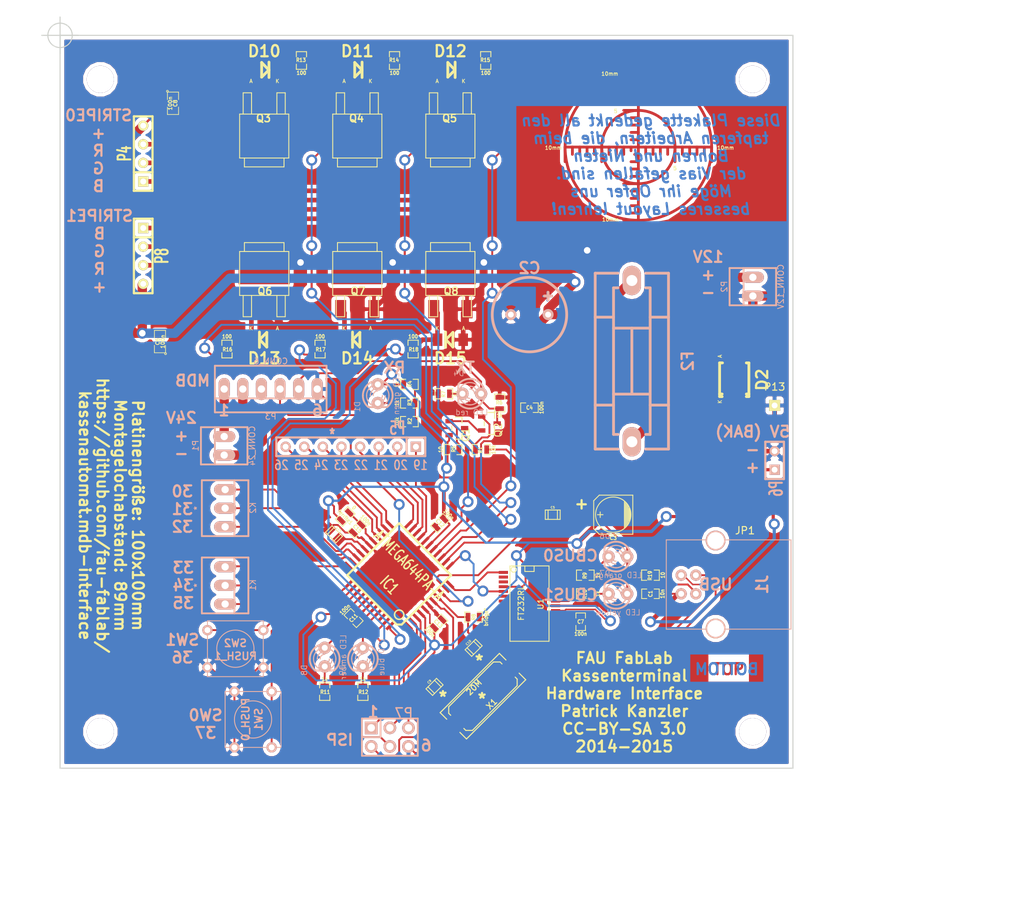
<source format=kicad_pcb>
(kicad_pcb (version 4) (host pcbnew "(2014-12-16 BZR 5324)-product")
  (title_block (title "MDB Interface") (date "So 18 Jan 2015") (rev r2) (company "FAU FabLab, Patrick Kanzler") (comment 1 "CC-BY-SA 3.0"))
  (layers (0 F.Cu signal) (31 B.Cu signal) (34 B.Paste user) (35 F.Paste user) (36 B.SilkS user) (37 F.SilkS user) (38 B.Mask user) (39 F.Mask user) (44 Edge.Cuts user))
  (net 0 "")
  (net 1 +5V)
  (net 2 GND)
  (net 3 +12V)
  (net 4 "Net-(C7-Pad1)")
  (net 5 "Net-(C9-Pad2)")
  (net 6 "Net-(C10-Pad1)")
  (net 7 "Net-(C14-Pad1)")
  (net 8 "Net-(C15-Pad1)")
  (net 9 /MDB_MT)
  (net 10 "Net-(D4-Pad2)")
  (net 11 "Net-(D6-Pad2)")
  (net 12 "Net-(D7-Pad2)")
  (net 13 "Net-(D8-Pad1)")
  (net 14 "Net-(D8-Pad2)")
  (net 15 "Net-(D9-Pad1)")
  (net 16 "Net-(D9-Pad2)")
  (net 17 "Net-(D10-Pad2)")
  (net 18 "Net-(D11-Pad2)")
  (net 19 "Net-(D12-Pad2)")
  (net 20 "Net-(D13-Pad2)")
  (net 21 "Net-(D14-Pad2)")
  (net 22 "Net-(D15-Pad2)")
  (net 23 "Net-(F2-Pad1)")
  (net 24 /PWM_0)
  (net 25 /PWM_1)
  (net 26 "Net-(IC1-Pad37)")
  (net 27 "Net-(IC1-Pad36)")
  (net 28 "Net-(IC1-Pad35)")
  (net 29 "Net-(IC1-Pad34)")
  (net 30 /PWM_4)
  (net 31 /PWM_5)
  (net 32 /PWM_2)
  (net 33 /PWM_3)
  (net 34 /AVR_to_PC)
  (net 35 "Net-(IC1-Pad19)")
  (net 36 "Net-(IC1-Pad20)")
  (net 37 "Net-(IC1-Pad21)")
  (net 38 "Net-(IC1-Pad22)")
  (net 39 "Net-(IC1-Pad26)")
  (net 40 /BusRX)
  (net 41 "Net-(IC1-Pad25)")
  (net 42 "Net-(IC1-Pad24)")
  (net 43 /BusTX)
  (net 44 /PC_to_AVR)
  (net 45 "Net-(IC1-Pad23)")
  (net 46 /RESET)
  (net 47 "Net-(IC1-Pad30)")
  (net 48 "Net-(IC1-Pad31)")
  (net 49 /SCK)
  (net 50 /MISO)
  (net 51 "Net-(IC1-Pad32)")
  (net 52 "Net-(IC1-Pad33)")
  (net 53 /MOSI)
  (net 54 "Net-(J1-Pad2)")
  (net 55 "Net-(J1-Pad3)")
  (net 56 "Net-(J1-Pad4)")
  (net 57 "Net-(P1-Pad1)")
  (net 58 "Net-(P1-Pad2)")
  (net 59 /MDB_MR)
  (net 60 /PWM0_BLUE)
  (net 61 /PWM0_GREEN)
  (net 62 /PWM0_RED)
  (net 63 /PWM1_BLUE)
  (net 64 /PWM1_GREEN)
  (net 65 /PWM1_RED)
  (net 66 "Net-(Q1-Pad3)")
  (net 67 /12MHz)
  (net 68 "Net-(R9-Pad2)")
  (net 69 "Net-(R10-Pad2)")
  (net 70 /VUSB)
  (net 71 "Net-(D1-Pad2)")
  (net 72 /VBAK)
  (net 73 "Net-(Q1-Pad1)")
  (module SMD_Packages:SM0603_Capa (layer F.Cu) (at 150.495 112.141 180)
    (fp_text reference C1 (at 0 0 270) (layer F.SilkS) (effects (font (size 0.508 0.4572) (thickness 0.1143))))
    (fp_text value 10n (at -1.651 0 270) (layer F.SilkS) (effects (font (size 0.508 0.4572) (thickness 0.1143))))
    (pad 1 smd rect (at -0.762 0 180) (size 0.635 1.143) (layers F.Cu F.Paste F.Mask) (net 70 /VUSB))
    (pad 2 smd rect (at 0.762 0 180) (size 0.635 1.143) (layers F.Cu F.Paste F.Mask) (net 2 GND))
  )
  (module Capacitors_Elko_ThroughHole:Elko_vert_DM10_RM5_CopperClear (layer B.Cu) (at 133.985 74.041 180)
    (fp_text reference C2 (at 0 6.35 180) (layer B.SilkS) (effects (font (thickness 0.3048)) (justify mirror)))
    (fp_text value 470u hide)
    (pad 2 thru_hole circle (at 2.54 0 180) (size 1.50114 1.50114) (drill 0.8001) (layers *.Cu *.Mask B.SilkS) (net 2 GND))
    (pad 1 thru_hole circle (at -2.54 0 180) (size 1.50114 1.50114) (drill 0.8001) (layers *.Cu *.Mask B.SilkS) (net 3 +12V))
  )
  (module Capacitors_SMD:c_elec_5x5.8 (layer F.Cu) (at 145.415 101.346 180)
    (fp_text reference C3 (at 0 -3.175 180) (layer F.SilkS) (effects (font (size 0.50038 0.50038) (thickness 0.11938))))
    (fp_text value "* 47u 6,3V" hide)
    (pad 1 smd rect (at 2.19964 0 180) (size 2.99974 1.6002) (layers F.Cu F.Paste F.Mask) (net 1 +5V))
    (pad 2 smd rect (at -2.19964 0 180) (size 2.99974 1.6002) (layers F.Cu F.Paste F.Mask) (net 2 GND))
  )
  (module SMD_Packages:SM0603_Capa (layer F.Cu) (at 133.985 86.741 180)
    (fp_text reference C4 (at 0 0 360) (layer F.SilkS) (effects (font (size 0.508 0.4572) (thickness 0.1143))))
    (fp_text value 100n (at -1.651 0 270) (layer F.SilkS) (effects (font (size 0.508 0.4572) (thickness 0.1143))))
    (pad 1 smd rect (at -0.762 0 180) (size 0.635 1.143) (layers F.Cu F.Paste F.Mask) (net 3 +12V))
    (pad 2 smd rect (at 0.762 0 180) (size 0.635 1.143) (layers F.Cu F.Paste F.Mask) (net 2 GND))
  )
  (module Capacitors_SMD:c_0805 (layer F.Cu) (at 137.16 101.346)
    (fp_text reference C5 (at 0 -0.9906) (layer F.SilkS) (effects (font (size 0.29972 0.29972) (thickness 0.06096))))
    (fp_text value 1u hide)
    (pad 1 smd rect (at 0.9525 0) (size 1.30048 1.4986) (layers F.Cu F.Paste F.Mask) (net 1 +5V))
    (pad 2 smd rect (at -0.9525 0) (size 1.30048 1.4986) (layers F.Cu F.Paste F.Mask) (net 2 GND))
  )
  (module SMD_Packages:SM0603_Capa (layer F.Cu) (at 140.97 115.951 90)
    (fp_text reference C7 (at 0 0 180) (layer F.SilkS) (effects (font (size 0.508 0.4572) (thickness 0.1143))))
    (fp_text value 100n (at -1.651 0 180) (layer F.SilkS) (effects (font (size 0.508 0.4572) (thickness 0.1143))))
    (pad 1 smd rect (at -0.762 0 90) (size 0.635 1.143) (layers F.Cu F.Paste F.Mask) (net 4 "Net-(C7-Pad1)"))
    (pad 2 smd rect (at 0.762 0 90) (size 0.635 1.143) (layers F.Cu F.Paste F.Mask) (net 2 GND))
  )
  (module Capacitors_SMD:c_0805 (layer F.Cu) (at 121.031 124.841 45)
    (fp_text reference C9 (at 0 -0.9906 45) (layer F.SilkS) (effects (font (size 0.29972 0.29972) (thickness 0.06096))))
    (fp_text value 22p hide)
    (pad 1 smd rect (at 0.9525 0 45) (size 1.30048 1.4986) (layers F.Cu F.Paste F.Mask) (net 2 GND))
    (pad 2 smd rect (at -0.9525 0 45) (size 1.30048 1.4986) (layers F.Cu F.Paste F.Mask) (net 5 "Net-(C9-Pad2)"))
  )
  (module Capacitors_SMD:c_0805 (layer F.Cu) (at 126.365 119.507 45)
    (fp_text reference C10 (at 0 -0.9906 45) (layer F.SilkS) (effects (font (size 0.29972 0.29972) (thickness 0.06096))))
    (fp_text value 22p hide)
    (pad 1 smd rect (at 0.9525 0 45) (size 1.30048 1.4986) (layers F.Cu F.Paste F.Mask) (net 6 "Net-(C10-Pad1)"))
    (pad 2 smd rect (at -0.9525 0 45) (size 1.30048 1.4986) (layers F.Cu F.Paste F.Mask) (net 2 GND))
  )
  (module SMD_Packages:SM0603_Capa (layer F.Cu) (at 109.982 115.443 315)
    (fp_text reference C11 (at 0 0 405) (layer F.SilkS) (effects (font (size 0.508 0.4572) (thickness 0.1143))))
    (fp_text value 100n (at -1.651 0 405) (layer F.SilkS) (effects (font (size 0.508 0.4572) (thickness 0.1143))))
    (pad 1 smd rect (at -0.762 0 315) (size 0.635 1.143) (layers F.Cu F.Paste F.Mask) (net 1 +5V))
    (pad 2 smd rect (at 0.762 0 315) (size 0.635 1.143) (layers F.Cu F.Paste F.Mask) (net 2 GND))
  )
  (module SMD_Packages:SM0603_Capa (layer F.Cu) (at 121.793 102.489 225)
    (fp_text reference C12 (at 0 0 315) (layer F.SilkS) (effects (font (size 0.508 0.4572) (thickness 0.1143))))
    (fp_text value 100n (at -1.651 0 315) (layer F.SilkS) (effects (font (size 0.508 0.4572) (thickness 0.1143))))
    (pad 1 smd rect (at -0.762 0 225) (size 0.635 1.143) (layers F.Cu F.Paste F.Mask) (net 1 +5V))
    (pad 2 smd rect (at 0.762 0 225) (size 0.635 1.143) (layers F.Cu F.Paste F.Mask) (net 2 GND))
  )
  (module SMD_Packages:SM0603_Capa (layer F.Cu) (at 121.539 116.205 45)
    (fp_text reference C13 (at 0 0 135) (layer F.SilkS) (effects (font (size 0.508 0.4572) (thickness 0.1143))))
    (fp_text value 100n (at -1.651 0 135) (layer F.SilkS) (effects (font (size 0.508 0.4572) (thickness 0.1143))))
    (pad 1 smd rect (at -0.762 0 45) (size 0.635 1.143) (layers F.Cu F.Paste F.Mask) (net 1 +5V))
    (pad 2 smd rect (at 0.762 0 45) (size 0.635 1.143) (layers F.Cu F.Paste F.Mask) (net 2 GND))
  )
  (module Capacitors_SMD:c_0805 (layer F.Cu) (at 107.315 104.013 315)
    (fp_text reference C14 (at 0 -0.9906 315) (layer F.SilkS) (effects (font (size 0.29972 0.29972) (thickness 0.06096))))
    (fp_text value 1u hide)
    (pad 1 smd rect (at 0.9525 0 315) (size 1.30048 1.4986) (layers F.Cu F.Paste F.Mask) (net 7 "Net-(C14-Pad1)"))
    (pad 2 smd rect (at -0.9525 0 315) (size 1.30048 1.4986) (layers F.Cu F.Paste F.Mask) (net 2 GND))
  )
  (module SMD_Packages:SM0603_Capa (layer F.Cu) (at 110.49 103.251 225)
    (fp_text reference C15 (at 0 0 315) (layer F.SilkS) (effects (font (size 0.508 0.4572) (thickness 0.1143))))
    (fp_text value 100n (at -1.651 0 315) (layer F.SilkS) (effects (font (size 0.508 0.4572) (thickness 0.1143))))
    (pad 1 smd rect (at -0.762 0 225) (size 0.635 1.143) (layers F.Cu F.Paste F.Mask) (net 8 "Net-(C15-Pad1)"))
    (pad 2 smd rect (at 0.762 0 225) (size 0.635 1.143) (layers F.Cu F.Paste F.Mask) (net 2 GND))
  )
  (module Diodes_SMD:Diode-SMB_Standard (layer F.Cu) (at 161.925 82.931 270)
    (fp_text reference D2 (at 0 -3.81 270) (layer F.SilkS) (effects (font (thickness 0.3048))))
    (fp_text value SM6T15A hide)
    (fp_text user A (at -3.2004 1.95072 270) (layer F.SilkS) (effects (font (size 0.50038 0.50038) (thickness 0.09906))))
    (fp_text user K (at 2.99974 1.95072 270) (layer F.SilkS) (effects (font (size 0.50038 0.50038) (thickness 0.09906))))
    (pad 1 smd rect (at -2.14884 0 270) (size 2.49936 2.30124) (layers F.Cu F.Paste F.Mask) (net 2 GND))
    (pad 2 smd rect (at 2.14884 0 270) (size 2.49936 2.30124) (layers F.Cu F.Paste F.Mask) (net 3 +12V))
  )
  (module Diodes_SMD:Diode-MiniMELF_Standard (layer F.Cu) (at 97.79 40.64)
    (fp_text reference D10 (at 0 -2.54) (layer F.SilkS) (effects (font (thickness 0.3048))))
    (fp_text value ZD5.1 hide)
    (fp_text user A (at -1.80086 1.5494) (layer F.SilkS) (effects (font (size 0.50038 0.50038) (thickness 0.09906))))
    (fp_text user K (at 1.80086 1.5494) (layer F.SilkS) (effects (font (size 0.50038 0.50038) (thickness 0.09906))))
    (pad 1 smd rect (at -1.75006 0) (size 1.30048 1.69926) (layers F.Cu F.Paste F.Mask) (net 2 GND))
    (pad 2 smd rect (at 1.75006 0) (size 1.30048 1.69926) (layers F.Cu F.Paste F.Mask) (net 17 "Net-(D10-Pad2)"))
  )
  (module Diodes_SMD:Diode-MiniMELF_Standard (layer F.Cu) (at 110.49 40.64)
    (fp_text reference D11 (at 0 -2.54) (layer F.SilkS) (effects (font (thickness 0.3048))))
    (fp_text value ZD5.1 hide)
    (fp_text user A (at -1.80086 1.5494) (layer F.SilkS) (effects (font (size 0.50038 0.50038) (thickness 0.09906))))
    (fp_text user K (at 1.80086 1.5494) (layer F.SilkS) (effects (font (size 0.50038 0.50038) (thickness 0.09906))))
    (pad 1 smd rect (at -1.75006 0) (size 1.30048 1.69926) (layers F.Cu F.Paste F.Mask) (net 2 GND))
    (pad 2 smd rect (at 1.75006 0) (size 1.30048 1.69926) (layers F.Cu F.Paste F.Mask) (net 18 "Net-(D11-Pad2)"))
  )
  (module Diodes_SMD:Diode-MiniMELF_Standard (layer F.Cu) (at 123.19 40.64)
    (fp_text reference D12 (at 0 -2.54) (layer F.SilkS) (effects (font (thickness 0.3048))))
    (fp_text value ZD5.1 hide)
    (fp_text user A (at -1.80086 1.5494) (layer F.SilkS) (effects (font (size 0.50038 0.50038) (thickness 0.09906))))
    (fp_text user K (at 1.80086 1.5494) (layer F.SilkS) (effects (font (size 0.50038 0.50038) (thickness 0.09906))))
    (pad 1 smd rect (at -1.75006 0) (size 1.30048 1.69926) (layers F.Cu F.Paste F.Mask) (net 2 GND))
    (pad 2 smd rect (at 1.75006 0) (size 1.30048 1.69926) (layers F.Cu F.Paste F.Mask) (net 19 "Net-(D12-Pad2)"))
  )
  (module Diodes_SMD:Diode-MiniMELF_Standard (layer F.Cu) (at 97.79 77.47 180)
    (fp_text reference D13 (at 0 -2.54 180) (layer F.SilkS) (effects (font (thickness 0.3048))))
    (fp_text value ZD5.1 hide)
    (fp_text user A (at -1.80086 1.5494 180) (layer F.SilkS) (effects (font (size 0.50038 0.50038) (thickness 0.09906))))
    (fp_text user K (at 1.80086 1.5494 180) (layer F.SilkS) (effects (font (size 0.50038 0.50038) (thickness 0.09906))))
    (pad 1 smd rect (at -1.75006 0 180) (size 1.30048 1.69926) (layers F.Cu F.Paste F.Mask) (net 2 GND))
    (pad 2 smd rect (at 1.75006 0 180) (size 1.30048 1.69926) (layers F.Cu F.Paste F.Mask) (net 20 "Net-(D13-Pad2)"))
  )
  (module Diodes_SMD:Diode-MiniMELF_Standard (layer F.Cu) (at 110.49 77.47 180)
    (fp_text reference D14 (at 0 -2.54 180) (layer F.SilkS) (effects (font (thickness 0.3048))))
    (fp_text value ZD5.1 hide)
    (fp_text user A (at -1.80086 1.5494 180) (layer F.SilkS) (effects (font (size 0.50038 0.50038) (thickness 0.09906))))
    (fp_text user K (at 1.80086 1.5494 180) (layer F.SilkS) (effects (font (size 0.50038 0.50038) (thickness 0.09906))))
    (pad 1 smd rect (at -1.75006 0 180) (size 1.30048 1.69926) (layers F.Cu F.Paste F.Mask) (net 2 GND))
    (pad 2 smd rect (at 1.75006 0 180) (size 1.30048 1.69926) (layers F.Cu F.Paste F.Mask) (net 21 "Net-(D14-Pad2)"))
  )
  (module Diodes_SMD:Diode-MiniMELF_Standard (layer F.Cu) (at 123.19 77.47 180)
    (fp_text reference D15 (at 0 -2.54 180) (layer F.SilkS) (effects (font (thickness 0.3048))))
    (fp_text value ZD5.1 hide)
    (fp_text user A (at -1.80086 1.5494 180) (layer F.SilkS) (effects (font (size 0.50038 0.50038) (thickness 0.09906))))
    (fp_text user K (at 1.80086 1.5494 180) (layer F.SilkS) (effects (font (size 0.50038 0.50038) (thickness 0.09906))))
    (pad 1 smd rect (at -1.75006 0 180) (size 1.30048 1.69926) (layers F.Cu F.Paste F.Mask) (net 2 GND))
    (pad 2 smd rect (at 1.75006 0 180) (size 1.30048 1.69926) (layers F.Cu F.Paste F.Mask) (net 22 "Net-(D15-Pad2)"))
  )
  (module Fuse_Holders_and_Fuses:Fuseholder5x20_horiz_SemiClosed_Casing10x25mm (layer B.Cu) (at 147.955 80.391 90)
    (fp_text reference F2 (at 0 7.62 90) (layer B.SilkS) (effects (font (thickness 0.3048)) (justify mirror)))
    (fp_text value FUSE hide)
    (pad 2 thru_hole oval (at 11.00074 0 180) (size 2.49936 4.0005) (drill 1.50114) (layers *.Cu *.Mask B.SilkS) (net 3 +12V))
    (pad 1 thru_hole oval (at -11.00074 0 180) (size 2.49936 4.0005) (drill 1.50114) (layers *.Cu *.Mask B.SilkS) (net 23 "Net-(F2-Pad1)"))
  )
  (module SMD_Packages:SM0603_Resistor (layer F.Cu) (at 108.839 101.6 225)
    (fp_text reference ferrite1 (at 0.0635 -0.0635 315) (layer F.SilkS) (effects (font (size 0.50038 0.4572) (thickness 0.1143))))
    (fp_text value 0 (at -1.69926 0 315) (layer F.SilkS) (effects (font (size 0.508 0.4572) (thickness 0.1143))))
    (pad 1 smd rect (at -0.762 0 225) (size 0.635 1.143) (layers F.Cu F.Paste F.Mask) (net 8 "Net-(C15-Pad1)"))
    (pad 2 smd rect (at 0.762 0 225) (size 0.635 1.143) (layers F.Cu F.Paste F.Mask) (net 1 +5V))
  )
  (module SMD_Packages:TQFP44 (layer F.Cu) (at 116.205 109.601 135)
    (fp_text reference IC1 (at 0 -1.905 135) (layer F.SilkS) (effects (font (size 1.524 1.016) (thickness 0.2032))))
    (fp_text value ATMEGA644PA-A (at 0 1.905 135) (layer F.SilkS) (effects (font (size 1.524 1.016) (thickness 0.2032))))
    (pad 39 smd rect (at 0 -5.715 135) (size 0.4064 1.524) (layers F.Cu F.Paste F.Mask) (net 2 GND))
    (pad 40 smd rect (at -0.8001 -5.715 135) (size 0.4064 1.524) (layers F.Cu F.Paste F.Mask) (net 13 "Net-(D8-Pad1)"))
    (pad 41 smd rect (at -1.6002 -5.715 135) (size 0.4064 1.524) (layers F.Cu F.Paste F.Mask) (net 15 "Net-(D9-Pad1)"))
    (pad 42 smd rect (at -2.4003 -5.715 135) (size 0.4064 1.524) (layers F.Cu F.Paste F.Mask))
    (pad 43 smd rect (at -3.2004 -5.715 135) (size 0.4064 1.524) (layers F.Cu F.Paste F.Mask) (net 30 /PWM_4))
    (pad 44 smd rect (at -4.0005 -5.715 135) (size 0.4064 1.524) (layers F.Cu F.Paste F.Mask) (net 31 /PWM_5))
    (pad 38 smd rect (at 0.8001 -5.715 135) (size 0.4064 1.524) (layers F.Cu F.Paste F.Mask) (net 1 +5V))
    (pad 37 smd rect (at 1.6002 -5.715 135) (size 0.4064 1.524) (layers F.Cu F.Paste F.Mask) (net 26 "Net-(IC1-Pad37)"))
    (pad 36 smd rect (at 2.4003 -5.715 135) (size 0.4064 1.524) (layers F.Cu F.Paste F.Mask) (net 27 "Net-(IC1-Pad36)"))
    (pad 35 smd rect (at 3.2004 -5.715 135) (size 0.4064 1.524) (layers F.Cu F.Paste F.Mask) (net 28 "Net-(IC1-Pad35)"))
    (pad 34 smd rect (at 4.0005 -5.715 135) (size 0.4064 1.524) (layers F.Cu F.Paste F.Mask) (net 29 "Net-(IC1-Pad34)"))
    (pad 17 smd rect (at 0 5.715 135) (size 0.4064 1.524) (layers F.Cu F.Paste F.Mask) (net 1 +5V))
    (pad 16 smd rect (at -0.8001 5.715 135) (size 0.4064 1.524) (layers F.Cu F.Paste F.Mask) (net 33 /PWM_3))
    (pad 15 smd rect (at -1.6002 5.715 135) (size 0.4064 1.524) (layers F.Cu F.Paste F.Mask) (net 32 /PWM_2))
    (pad 14 smd rect (at -2.4003 5.715 135) (size 0.4064 1.524) (layers F.Cu F.Paste F.Mask) (net 25 /PWM_1))
    (pad 13 smd rect (at -3.2004 5.715 135) (size 0.4064 1.524) (layers F.Cu F.Paste F.Mask) (net 24 /PWM_0))
    (pad 12 smd rect (at -4.0005 5.715 135) (size 0.4064 1.524) (layers F.Cu F.Paste F.Mask) (net 34 /AVR_to_PC))
    (pad 18 smd rect (at 0.8001 5.715 135) (size 0.4064 1.524) (layers F.Cu F.Paste F.Mask) (net 2 GND))
    (pad 19 smd rect (at 1.6002 5.715 135) (size 0.4064 1.524) (layers F.Cu F.Paste F.Mask) (net 35 "Net-(IC1-Pad19)"))
    (pad 20 smd rect (at 2.4003 5.715 135) (size 0.4064 1.524) (layers F.Cu F.Paste F.Mask) (net 36 "Net-(IC1-Pad20)"))
    (pad 21 smd rect (at 3.2004 5.715 135) (size 0.4064 1.524) (layers F.Cu F.Paste F.Mask) (net 37 "Net-(IC1-Pad21)"))
    (pad 22 smd rect (at 4.0005 5.715 135) (size 0.4064 1.524) (layers F.Cu F.Paste F.Mask) (net 38 "Net-(IC1-Pad22)"))
    (pad 6 smd rect (at -5.715 0 135) (size 1.524 0.4064) (layers F.Cu F.Paste F.Mask) (net 2 GND))
    (pad 28 smd rect (at 5.715 0 135) (size 1.524 0.4064) (layers F.Cu F.Paste F.Mask) (net 2 GND))
    (pad 7 smd rect (at -5.715 0.8001 135) (size 1.524 0.4064) (layers F.Cu F.Paste F.Mask) (net 5 "Net-(C9-Pad2)"))
    (pad 27 smd rect (at 5.715 0.8001 135) (size 1.524 0.4064) (layers F.Cu F.Paste F.Mask) (net 8 "Net-(C15-Pad1)"))
    (pad 26 smd rect (at 5.715 1.6002 135) (size 1.524 0.4064) (layers F.Cu F.Paste F.Mask) (net 39 "Net-(IC1-Pad26)"))
    (pad 8 smd rect (at -5.715 1.6002 135) (size 1.524 0.4064) (layers F.Cu F.Paste F.Mask) (net 6 "Net-(C10-Pad1)"))
    (pad 9 smd rect (at -5.715 2.4003 135) (size 1.524 0.4064) (layers F.Cu F.Paste F.Mask) (net 40 /BusRX))
    (pad 25 smd rect (at 5.715 2.4003 135) (size 1.524 0.4064) (layers F.Cu F.Paste F.Mask) (net 41 "Net-(IC1-Pad25)"))
    (pad 24 smd rect (at 5.715 3.2004 135) (size 1.524 0.4064) (layers F.Cu F.Paste F.Mask) (net 42 "Net-(IC1-Pad24)"))
    (pad 10 smd rect (at -5.715 3.2004 135) (size 1.524 0.4064) (layers F.Cu F.Paste F.Mask) (net 43 /BusTX))
    (pad 11 smd rect (at -5.715 4.0005 135) (size 1.524 0.4064) (layers F.Cu F.Paste F.Mask) (net 44 /PC_to_AVR))
    (pad 23 smd rect (at 5.715 4.0005 135) (size 1.524 0.4064) (layers F.Cu F.Paste F.Mask) (net 45 "Net-(IC1-Pad23)"))
    (pad 29 smd rect (at 5.715 -0.8001 135) (size 1.524 0.4064) (layers F.Cu F.Paste F.Mask) (net 7 "Net-(C14-Pad1)"))
    (pad 5 smd rect (at -5.715 -0.8001 135) (size 1.524 0.4064) (layers F.Cu F.Paste F.Mask) (net 1 +5V))
    (pad 4 smd rect (at -5.715 -1.6002 135) (size 1.524 0.4064) (layers F.Cu F.Paste F.Mask) (net 46 /RESET))
    (pad 30 smd rect (at 5.715 -1.6002 135) (size 1.524 0.4064) (layers F.Cu F.Paste F.Mask) (net 47 "Net-(IC1-Pad30)"))
    (pad 31 smd rect (at 5.715 -2.4003 135) (size 1.524 0.4064) (layers F.Cu F.Paste F.Mask) (net 48 "Net-(IC1-Pad31)"))
    (pad 3 smd rect (at -5.715 -2.4003 135) (size 1.524 0.4064) (layers F.Cu F.Paste F.Mask) (net 49 /SCK))
    (pad 2 smd rect (at -5.715 -3.2004 135) (size 1.524 0.4064) (layers F.Cu F.Paste F.Mask) (net 50 /MISO))
    (pad 32 smd rect (at 5.715 -3.2004 135) (size 1.524 0.4064) (layers F.Cu F.Paste F.Mask) (net 51 "Net-(IC1-Pad32)"))
    (pad 33 smd rect (at 5.715 -4.0005 135) (size 1.524 0.4064) (layers F.Cu F.Paste F.Mask) (net 52 "Net-(IC1-Pad33)"))
    (pad 1 smd rect (at -5.715 -4.0005 135) (size 1.524 0.4064) (layers F.Cu F.Paste F.Mask) (net 53 /MOSI))
  )
  (module Connect:USB_B (layer B.Cu) (at 159.385 110.871 270)
    (fp_text reference J1 (at 0 -6.35 270) (layer B.SilkS) (effects (font (thickness 0.3048)) (justify mirror)))
    (fp_text value USB (at 0 0 540) (layer B.SilkS) (effects (font (thickness 0.3048)) (justify mirror)))
    (pad 1 thru_hole circle (at 1.27 4.699 270) (size 1.524 1.524) (drill 0.8128) (layers *.Cu *.Mask B.SilkS) (net 70 /VUSB))
    (pad 2 thru_hole circle (at -1.27 4.699 270) (size 1.524 1.524) (drill 0.8128) (layers *.Cu *.Mask B.SilkS) (net 54 "Net-(J1-Pad2)"))
    (pad 3 thru_hole circle (at -1.27 2.70002 270) (size 1.524 1.524) (drill 0.8128) (layers *.Cu *.Mask B.SilkS) (net 55 "Net-(J1-Pad3)"))
    (pad 4 thru_hole circle (at 1.27 2.70002 270) (size 1.524 1.524) (drill 0.8128) (layers *.Cu *.Mask B.SilkS) (net 56 "Net-(J1-Pad4)"))
    (pad 5 np_thru_hole circle (at 5.99948 0 270) (size 2.70002 2.70002) (drill 2.30124) (layers *.Cu *.SilkS *.Mask))
    (pad 6 thru_hole circle (at -5.99948 0 270) (size 2.70002 2.70002) (drill 2.30124) (layers *.Cu *.Mask B.SilkS))
  )
  (module Connect:PINHEAD1-3 (layer B.Cu) (at 92.456 110.998 90)
    (fp_text reference K1 (at 0.05 3.8 90) (layer B.SilkS) (effects (font (size 0.8 0.8) (thickness 0.12)) (justify mirror)))
    (fp_text value * (at 0 -3.81 90) (layer B.SilkS) (effects (font (size 0.8 0.8) (thickness 0.12)) (justify mirror)))
    (pad 1 thru_hole oval (at -2.54 0 90) (size 1.50622 3.01498) (drill 0.99822) (layers *.Cu *.Mask B.SilkS) (net 28 "Net-(IC1-Pad35)"))
    (pad 2 thru_hole oval (at 0 0 90) (size 1.50622 3.01498) (drill 0.99822) (layers *.Cu *.Mask B.SilkS) (net 29 "Net-(IC1-Pad34)"))
    (pad 3 thru_hole oval (at 2.54 0 90) (size 1.50622 3.01498) (drill 0.99822) (layers *.Cu *.Mask B.SilkS) (net 52 "Net-(IC1-Pad33)"))
  )
  (module Connect:PINHEAD1-3 (layer B.Cu) (at 92.456 100.457 90)
    (fp_text reference K2 (at 0.05 3.8 90) (layer B.SilkS) (effects (font (size 0.8 0.8) (thickness 0.12)) (justify mirror)))
    (fp_text value * (at 0 -3.81 90) (layer B.SilkS) (effects (font (size 0.8 0.8) (thickness 0.12)) (justify mirror)))
    (pad 1 thru_hole oval (at -2.54 0 90) (size 1.50622 3.01498) (drill 0.99822) (layers *.Cu *.Mask B.SilkS) (net 51 "Net-(IC1-Pad32)"))
    (pad 2 thru_hole oval (at 0 0 90) (size 1.50622 3.01498) (drill 0.99822) (layers *.Cu *.Mask B.SilkS) (net 48 "Net-(IC1-Pad31)"))
    (pad 3 thru_hole oval (at 2.54 0 90) (size 1.50622 3.01498) (drill 0.99822) (layers *.Cu *.Mask B.SilkS) (net 47 "Net-(IC1-Pad30)"))
  )
  (module Connect:PINHEAD1-2 (layer B.Cu) (at 92.329 91.948 270)
    (fp_text reference P1 (at 0 3.9 270) (layer B.SilkS) (effects (font (size 0.8 0.8) (thickness 0.12)) (justify mirror)))
    (fp_text value CONN_24 (at 0 -3.81 270) (layer B.SilkS) (effects (font (size 0.8 0.8) (thickness 0.12)) (justify mirror)))
    (pad 1 thru_hole oval (at -1.27 0 270) (size 1.50622 3.01498) (drill 0.99822) (layers *.Cu *.Mask B.SilkS) (net 57 "Net-(P1-Pad1)"))
    (pad 2 thru_hole oval (at 1.27 0 270) (size 1.50622 3.01498) (drill 0.99822) (layers *.Cu *.Mask B.SilkS) (net 58 "Net-(P1-Pad2)"))
  )
  (module Connect:PINHEAD1-2 (layer B.Cu) (at 164.465 70.231 270)
    (fp_text reference P2 (at 0 3.9 270) (layer B.SilkS) (effects (font (size 0.8 0.8) (thickness 0.12)) (justify mirror)))
    (fp_text value CONN_12V (at 0 -3.81 270) (layer B.SilkS) (effects (font (size 0.8 0.8) (thickness 0.12)) (justify mirror)))
    (pad 1 thru_hole oval (at -1.27 0 270) (size 1.50622 3.01498) (drill 0.99822) (layers *.Cu *.Mask B.SilkS) (net 23 "Net-(F2-Pad1)"))
    (pad 2 thru_hole oval (at 1.27 0 270) (size 1.50622 3.01498) (drill 0.99822) (layers *.Cu *.Mask B.SilkS) (net 2 GND))
  )
  (module Connect:PINHEAD1-6 (layer B.Cu) (at 98.679 84.201)
    (fp_text reference P3 (at 0 3.75) (layer B.SilkS) (effects (font (size 0.8 0.8) (thickness 0.12)) (justify mirror)))
    (fp_text value CONN_6 (at 0 -3.81) (layer B.SilkS) (effects (font (size 0.8 0.8) (thickness 0.12)) (justify mirror)))
    (pad 1 thru_hole oval (at -6.35 0) (size 1.50622 3.01498) (drill 0.99822) (layers *.Cu *.Mask B.SilkS) (net 57 "Net-(P1-Pad1)"))
    (pad 2 thru_hole oval (at -3.81 0) (size 1.50622 3.01498) (drill 0.99822) (layers *.Cu *.Mask B.SilkS) (net 58 "Net-(P1-Pad2)"))
    (pad 3 thru_hole oval (at -1.27 0) (size 1.50622 3.01498) (drill 0.99822) (layers *.Cu *.Mask B.SilkS))
    (pad 4 thru_hole oval (at 1.27 0) (size 1.50622 3.01498) (drill 0.99822) (layers *.Cu *.Mask B.SilkS) (net 59 /MDB_MR))
    (pad 5 thru_hole oval (at 3.81 0) (size 1.50622 3.01498) (drill 0.99822) (layers *.Cu *.Mask B.SilkS) (net 9 /MDB_MT))
    (pad 6 thru_hole oval (at 6.35 0) (size 1.50622 3.01498) (drill 0.99822) (layers *.Cu *.Mask B.SilkS) (net 2 GND))
  )
  (module Connect:SIL-4 (layer F.Cu) (at 81.28 52.07 90)
    (fp_text reference P4 (at 0 -2.54 90) (layer F.SilkS) (effects (font (size 1.73482 1.08712) (thickness 0.3048))))
    (fp_text value CONN_4 hide)
    (pad 1 thru_hole rect (at -3.81 0 90) (size 1.397 1.397) (drill 0.8128) (layers *.Cu *.Mask F.SilkS) (net 60 /PWM0_BLUE))
    (pad 2 thru_hole circle (at -1.27 0 90) (size 1.397 1.397) (drill 0.8128) (layers *.Cu *.Mask F.SilkS) (net 61 /PWM0_GREEN))
    (pad 3 thru_hole circle (at 1.27 0 90) (size 1.397 1.397) (drill 0.8128) (layers *.Cu *.Mask F.SilkS) (net 62 /PWM0_RED))
    (pad 4 thru_hole circle (at 3.81 0 90) (size 1.397 1.397) (drill 0.8128) (layers *.Cu *.Mask F.SilkS) (net 3 +12V))
  )
  (module Connect:SIL-8 (layer B.Cu) (at 109.601 92.075 180)
    (fp_text reference P5 (at -6.35 2.54 180) (layer B.SilkS) (effects (font (size 1.72974 1.08712) (thickness 0.3048)) (justify mirror)))
    (fp_text value * (at 2.54 1.651 180) (layer B.SilkS) (effects (font (size 1.524 1.016) (thickness 0.3048)) (justify mirror)))
    (pad 1 thru_hole rect (at -8.89 0 180) (size 1.397 1.397) (drill 0.8128) (layers *.Cu *.Mask B.SilkS) (net 35 "Net-(IC1-Pad19)"))
    (pad 2 thru_hole circle (at -6.35 0 180) (size 1.397 1.397) (drill 0.8128) (layers *.Cu *.Mask B.SilkS) (net 36 "Net-(IC1-Pad20)"))
    (pad 3 thru_hole circle (at -3.81 0 180) (size 1.397 1.397) (drill 0.8128) (layers *.Cu *.Mask B.SilkS) (net 37 "Net-(IC1-Pad21)"))
    (pad 4 thru_hole circle (at -1.27 0 180) (size 1.397 1.397) (drill 0.8128) (layers *.Cu *.Mask B.SilkS) (net 38 "Net-(IC1-Pad22)"))
    (pad 5 thru_hole circle (at 1.27 0 180) (size 1.397 1.397) (drill 0.8128) (layers *.Cu *.Mask B.SilkS) (net 45 "Net-(IC1-Pad23)"))
    (pad 6 thru_hole circle (at 3.81 0 180) (size 1.397 1.397) (drill 0.8128) (layers *.Cu *.Mask B.SilkS) (net 42 "Net-(IC1-Pad24)"))
    (pad 7 thru_hole circle (at 6.35 0 180) (size 1.397 1.397) (drill 0.8128) (layers *.Cu *.Mask B.SilkS) (net 41 "Net-(IC1-Pad25)"))
    (pad 8 thru_hole circle (at 8.89 0 180) (size 1.397 1.397) (drill 0.8128) (layers *.Cu *.Mask B.SilkS) (net 39 "Net-(IC1-Pad26)"))
  )
  (module Connect:SIL-2 (layer B.Cu) (at 167.434 93.94 90)
    (fp_text reference P6 (at -3.85 0.206 90) (layer B.SilkS) (effects (font (size 1.72974 1.08712) (thickness 0.3048)) (justify mirror)))
    (fp_text value * hide)
    (pad 1 thru_hole rect (at -1.27 0 90) (size 1.397 1.397) (drill 0.8128) (layers *.Cu *.Mask B.SilkS) (net 72 /VBAK))
    (pad 2 thru_hole circle (at 1.27 0 90) (size 1.397 1.397) (drill 0.8128) (layers *.Cu *.Mask B.SilkS) (net 2 GND))
  )
  (module Pin_Headers:Pin_Header_Straight_2x03 (layer B.Cu) (at 114.935 131.699)
    (fp_text reference P7 (at 1.905 -3.302) (layer B.SilkS) (effects (font (size 1.27 1.27) (thickness 0.2032)) (justify mirror)))
    (fp_text value CONN_6 hide)
    (pad 1 thru_hole rect (at -2.54 -1.27) (size 1.7272 1.7272) (drill 1.016) (layers *.Cu *.Mask B.SilkS) (net 50 /MISO))
    (pad 2 thru_hole oval (at -2.54 1.27) (size 1.7272 1.7272) (drill 1.016) (layers *.Cu *.Mask B.SilkS) (net 1 +5V))
    (pad 3 thru_hole oval (at 0 -1.27) (size 1.7272 1.7272) (drill 1.016) (layers *.Cu *.Mask B.SilkS) (net 49 /SCK))
    (pad 4 thru_hole oval (at 0 1.27) (size 1.7272 1.7272) (drill 1.016) (layers *.Cu *.Mask B.SilkS) (net 53 /MOSI))
    (pad 5 thru_hole oval (at 2.54 -1.27) (size 1.7272 1.7272) (drill 1.016) (layers *.Cu *.Mask B.SilkS) (net 46 /RESET))
    (pad 6 thru_hole oval (at 2.54 1.27) (size 1.7272 1.7272) (drill 1.016) (layers *.Cu *.Mask B.SilkS) (net 2 GND))
  )
  (module Connect:SIL-4 (layer F.Cu) (at 81.28 66.04 270)
    (fp_text reference P8 (at 0 -2.54 270) (layer F.SilkS) (effects (font (size 1.73482 1.08712) (thickness 0.3048))))
    (fp_text value CONN_4 hide)
    (pad 1 thru_hole rect (at -3.81 0 270) (size 1.397 1.397) (drill 0.8128) (layers *.Cu *.Mask F.SilkS) (net 63 /PWM1_BLUE))
    (pad 2 thru_hole circle (at -1.27 0 270) (size 1.397 1.397) (drill 0.8128) (layers *.Cu *.Mask F.SilkS) (net 64 /PWM1_GREEN))
    (pad 3 thru_hole circle (at 1.27 0 270) (size 1.397 1.397) (drill 0.8128) (layers *.Cu *.Mask F.SilkS) (net 65 /PWM1_RED))
    (pad 4 thru_hole circle (at 3.81 0 270) (size 1.397 1.397) (drill 0.8128) (layers *.Cu *.Mask F.SilkS) (net 3 +12V))
  )
  (module Mounting_Holes:MountingHole_3-7mm (layer F.Cu) (at 75.434 41.94)
    (fp_text reference P9 hide)
    (fp_text value CONN_1 hide)
    (pad 1 thru_hole circle (at 0 0) (size 3.70078 3.70078) (drill 3.70078) (layers))
  )
  (module Mounting_Holes:MountingHole_3-7mm (layer F.Cu) (at 164.434 41.94)
    (fp_text reference P10 hide)
    (fp_text value CONN_1 hide)
    (pad 1 thru_hole circle (at 0 0) (size 3.70078 3.70078) (drill 3.70078) (layers))
  )
  (module Mounting_Holes:MountingHole_3-7mm (layer F.Cu) (at 164.434 130.94)
    (fp_text reference P11 hide)
    (fp_text value CONN_1 hide)
    (pad 1 thru_hole circle (at 0 0) (size 3.70078 3.70078) (drill 3.70078) (layers))
  )
  (module Mounting_Holes:MountingHole_3-7mm (layer F.Cu) (at 75.434 130.94)
    (fp_text reference P12 hide)
    (fp_text value CONN_1 hide)
    (pad 1 thru_hole circle (at 0 0) (size 3.70078 3.70078) (drill 3.70078) (layers))
  )
  (module "Mainboard MOSFET:sot428" (layer F.Cu) (at 97.79 48.26 180)
    (fp_text reference Q3 (at 0.09906 1.00076 180) (layer F.SilkS) (effects (font (size 1.00076 1.00076) (thickness 0.20066))))
    (fp_text value MOSFET_N hide)
    (pad G smd rect (at -2.27584 3.44932 180) (size 1.50114 2.49936) (layers F.Cu F.Paste F.Mask) (net 17 "Net-(D10-Pad2)"))
    (pad S smd rect (at 2.27584 3.44932 180) (size 1.50114 2.49936) (layers F.Cu F.Paste F.Mask) (net 2 GND))
    (pad D smd rect (at 0 -3.44932 180) (size 7.00024 7.00024) (layers F.Cu F.Paste F.Mask) (net 62 /PWM0_RED))
  )
  (module "Mainboard MOSFET:sot428" (layer F.Cu) (at 110.49 48.26 180)
    (fp_text reference Q4 (at 0.09906 1.00076 180) (layer F.SilkS) (effects (font (size 1.00076 1.00076) (thickness 0.20066))))
    (fp_text value MOSFET_N hide)
    (pad G smd rect (at -2.27584 3.44932 180) (size 1.50114 2.49936) (layers F.Cu F.Paste F.Mask) (net 18 "Net-(D11-Pad2)"))
    (pad S smd rect (at 2.27584 3.44932 180) (size 1.50114 2.49936) (layers F.Cu F.Paste F.Mask) (net 2 GND))
    (pad D smd rect (at 0 -3.44932 180) (size 7.00024 7.00024) (layers F.Cu F.Paste F.Mask) (net 61 /PWM0_GREEN))
  )
  (module "Mainboard MOSFET:sot428" (layer F.Cu) (at 123.19 48.26 180)
    (fp_text reference Q5 (at 0.09906 1.00076 180) (layer F.SilkS) (effects (font (size 1.00076 1.00076) (thickness 0.20066))))
    (fp_text value MOSFET_N hide)
    (pad G smd rect (at -2.27584 3.44932 180) (size 1.50114 2.49936) (layers F.Cu F.Paste F.Mask) (net 19 "Net-(D12-Pad2)"))
    (pad S smd rect (at 2.27584 3.44932 180) (size 1.50114 2.49936) (layers F.Cu F.Paste F.Mask) (net 2 GND))
    (pad D smd rect (at 0 -3.44932 180) (size 7.00024 7.00024) (layers F.Cu F.Paste F.Mask) (net 60 /PWM0_BLUE))
  )
  (module "Mainboard MOSFET:sot428" (layer F.Cu) (at 97.79 69.85)
    (fp_text reference Q6 (at 0.09906 1.00076) (layer F.SilkS) (effects (font (size 1.00076 1.00076) (thickness 0.20066))))
    (fp_text value MOSFET_N hide)
    (pad G smd rect (at -2.27584 3.44932) (size 1.50114 2.49936) (layers F.Cu F.Paste F.Mask) (net 20 "Net-(D13-Pad2)"))
    (pad S smd rect (at 2.27584 3.44932) (size 1.50114 2.49936) (layers F.Cu F.Paste F.Mask) (net 2 GND))
    (pad D smd rect (at 0 -3.44932) (size 7.00024 7.00024) (layers F.Cu F.Paste F.Mask) (net 65 /PWM1_RED))
  )
  (module "Mainboard MOSFET:sot428" (layer F.Cu) (at 110.49 69.85)
    (fp_text reference Q7 (at 0.09906 1.00076) (layer F.SilkS) (effects (font (size 1.00076 1.00076) (thickness 0.20066))))
    (fp_text value MOSFET_N hide)
    (pad G smd rect (at -2.27584 3.44932) (size 1.50114 2.49936) (layers F.Cu F.Paste F.Mask) (net 21 "Net-(D14-Pad2)"))
    (pad S smd rect (at 2.27584 3.44932) (size 1.50114 2.49936) (layers F.Cu F.Paste F.Mask) (net 2 GND))
    (pad D smd rect (at 0 -3.44932) (size 7.00024 7.00024) (layers F.Cu F.Paste F.Mask) (net 64 /PWM1_GREEN))
  )
  (module "Mainboard MOSFET:sot428" (layer F.Cu) (at 123.19 69.85)
    (fp_text reference Q8 (at 0.09906 1.00076) (layer F.SilkS) (effects (font (size 1.00076 1.00076) (thickness 0.20066))))
    (fp_text value MOSFET_N hide)
    (pad G smd rect (at -2.27584 3.44932) (size 1.50114 2.49936) (layers F.Cu F.Paste F.Mask) (net 22 "Net-(D15-Pad2)"))
    (pad S smd rect (at 2.27584 3.44932) (size 1.50114 2.49936) (layers F.Cu F.Paste F.Mask) (net 2 GND))
    (pad D smd rect (at 0 -3.44932) (size 7.00024 7.00024) (layers F.Cu F.Paste F.Mask) (net 63 /PWM1_BLUE))
  )
  (module SMD_Packages:SM0603_Resistor (layer F.Cu) (at 127.381 92.456 180)
    (fp_text reference R1 (at 0.0635 -0.0635 270) (layer F.SilkS) (effects (font (size 0.50038 0.4572) (thickness 0.1143))))
    (fp_text value 10k (at -1.69926 0 270) (layer F.SilkS) (effects (font (size 0.508 0.4572) (thickness 0.1143))))
    (pad 1 smd rect (at -0.762 0 180) (size 0.635 1.143) (layers F.Cu F.Paste F.Mask) (net 43 /BusTX))
    (pad 2 smd rect (at 0.762 0 180) (size 0.635 1.143) (layers F.Cu F.Paste F.Mask) (net 66 "Net-(Q1-Pad3)"))
  )
  (module SMD_Packages:SM0603_Resistor (layer F.Cu) (at 117.602 88.646)
    (fp_text reference R2 (at 0.0635 -0.0635 90) (layer F.SilkS) (effects (font (size 0.50038 0.4572) (thickness 0.1143))))
    (fp_text value 10k (at -1.69926 0 90) (layer F.SilkS) (effects (font (size 0.508 0.4572) (thickness 0.1143))))
    (pad 1 smd rect (at -0.762 0) (size 0.635 1.143) (layers F.Cu F.Paste F.Mask) (net 40 /BusRX))
    (pad 2 smd rect (at 0.762 0) (size 0.635 1.143) (layers F.Cu F.Paste F.Mask) (net 59 /MDB_MR))
  )
  (module SMD_Packages:SM0603_Resistor (layer F.Cu) (at 117.602 86.106)
    (fp_text reference R3 (at 0.0635 -0.0635 90) (layer F.SilkS) (effects (font (size 0.50038 0.4572) (thickness 0.1143))))
    (fp_text value 1k (at -1.69926 0 90) (layer F.SilkS) (effects (font (size 0.508 0.4572) (thickness 0.1143))))
    (pad 1 smd rect (at -0.762 0) (size 0.635 1.143) (layers F.Cu F.Paste F.Mask) (net 71 "Net-(D1-Pad2)"))
    (pad 2 smd rect (at 0.762 0) (size 0.635 1.143) (layers F.Cu F.Paste F.Mask) (net 59 /MDB_MR))
  )
  (module SMD_Packages:SM0603_Resistor (layer F.Cu) (at 117.602 83.566)
    (fp_text reference R4 (at 0.0635 -0.0635 90) (layer F.SilkS) (effects (font (size 0.50038 0.4572) (thickness 0.1143))))
    (fp_text value 1k (at -1.69926 0 90) (layer F.SilkS) (effects (font (size 0.508 0.4572) (thickness 0.1143))))
    (pad 1 smd rect (at -0.762 0) (size 0.635 1.143) (layers F.Cu F.Paste F.Mask) (net 1 +5V))
    (pad 2 smd rect (at 0.762 0) (size 0.635 1.143) (layers F.Cu F.Paste F.Mask) (net 59 /MDB_MR))
  )
  (module SMD_Packages:SM0603_Resistor (layer F.Cu) (at 123.571 92.456)
    (fp_text reference R5 (at 0.0635 -0.0635 90) (layer F.SilkS) (effects (font (size 0.50038 0.4572) (thickness 0.1143))))
    (fp_text value 10 (at -1.69926 0 90) (layer F.SilkS) (effects (font (size 0.508 0.4572) (thickness 0.1143))))
    (pad 1 smd rect (at -0.762 0) (size 0.635 1.143) (layers F.Cu F.Paste F.Mask) (net 1 +5V))
    (pad 2 smd rect (at 0.762 0) (size 0.635 1.143) (layers F.Cu F.Paste F.Mask) (net 73 "Net-(Q1-Pad1)"))
  )
  (module SMD_Packages:SM0603_Resistor (layer F.Cu) (at 129.921 86.106 90)
    (fp_text reference R6 (at 0.0635 -0.0635 180) (layer F.SilkS) (effects (font (size 0.50038 0.4572) (thickness 0.1143))))
    (fp_text value 1k (at -1.69926 0 180) (layer F.SilkS) (effects (font (size 0.508 0.4572) (thickness 0.1143))))
    (pad 1 smd rect (at -0.762 0 90) (size 0.635 1.143) (layers F.Cu F.Paste F.Mask) (net 9 /MDB_MT))
    (pad 2 smd rect (at 0.762 0 90) (size 0.635 1.143) (layers F.Cu F.Paste F.Mask) (net 2 GND))
  )
  (module SMD_Packages:SM0603_Resistor (layer F.Cu) (at 122.301 84.836 180)
    (fp_text reference R7 (at 0.0635 -0.0635 270) (layer F.SilkS) (effects (font (size 0.50038 0.4572) (thickness 0.1143))))
    (fp_text value 1k (at -1.69926 0 270) (layer F.SilkS) (effects (font (size 0.508 0.4572) (thickness 0.1143))))
    (pad 1 smd rect (at -0.762 0 180) (size 0.635 1.143) (layers F.Cu F.Paste F.Mask) (net 10 "Net-(D4-Pad2)"))
    (pad 2 smd rect (at 0.762 0 180) (size 0.635 1.143) (layers F.Cu F.Paste F.Mask) (net 2 GND))
  )
  (module SMD_Packages:SM0603_Resistor (layer F.Cu) (at 126.365 115.316 180)
    (fp_text reference R8 (at 0 0 270) (layer F.SilkS) (effects (font (size 0.50038 0.4572) (thickness 0.1143))))
    (fp_text value bridge* (at -1.69926 0 270) (layer F.SilkS) (effects (font (size 0.508 0.4572) (thickness 0.1143))))
    (pad 1 smd rect (at -0.762 0 180) (size 0.635 1.143) (layers F.Cu F.Paste F.Mask) (net 67 /12MHz))
    (pad 2 smd rect (at 0.762 0 180) (size 0.635 1.143) (layers F.Cu F.Paste F.Mask) (net 6 "Net-(C10-Pad1)"))
  )
  (module SMD_Packages:SM0603_Resistor (layer F.Cu) (at 141.605 109.601 180)
    (fp_text reference R9 (at 0.0635 -0.0635 270) (layer F.SilkS) (effects (font (size 0.50038 0.4572) (thickness 0.1143))))
    (fp_text value 1k (at -1.69926 0 270) (layer F.SilkS) (effects (font (size 0.508 0.4572) (thickness 0.1143))))
    (pad 1 smd rect (at -0.762 0 180) (size 0.635 1.143) (layers F.Cu F.Paste F.Mask) (net 11 "Net-(D6-Pad2)"))
    (pad 2 smd rect (at 0.762 0 180) (size 0.635 1.143) (layers F.Cu F.Paste F.Mask) (net 68 "Net-(R9-Pad2)"))
  )
  (module SMD_Packages:SM0603_Resistor (layer F.Cu) (at 141.605 112.141 180)
    (fp_text reference R10 (at 0.0635 -0.0635 270) (layer F.SilkS) (effects (font (size 0.50038 0.4572) (thickness 0.1143))))
    (fp_text value 1k (at -1.69926 0 270) (layer F.SilkS) (effects (font (size 0.508 0.4572) (thickness 0.1143))))
    (pad 1 smd rect (at -0.762 0 180) (size 0.635 1.143) (layers F.Cu F.Paste F.Mask) (net 12 "Net-(D7-Pad2)"))
    (pad 2 smd rect (at 0.762 0 180) (size 0.635 1.143) (layers F.Cu F.Paste F.Mask) (net 69 "Net-(R10-Pad2)"))
  )
  (module SMD_Packages:SM0603_Resistor (layer F.Cu) (at 106.045 125.476 270)
    (fp_text reference R11 (at 0.0635 -0.0635 360) (layer F.SilkS) (effects (font (size 0.50038 0.4572) (thickness 0.1143))))
    (fp_text value 1k (at -1.69926 0 360) (layer F.SilkS) (effects (font (size 0.508 0.4572) (thickness 0.1143))))
    (pad 1 smd rect (at -0.762 0 270) (size 0.635 1.143) (layers F.Cu F.Paste F.Mask) (net 14 "Net-(D8-Pad2)"))
    (pad 2 smd rect (at 0.762 0 270) (size 0.635 1.143) (layers F.Cu F.Paste F.Mask) (net 2 GND))
  )
  (module SMD_Packages:SM0603_Resistor (layer F.Cu) (at 111.252 125.476 270)
    (fp_text reference R12 (at 0.0635 -0.0635 360) (layer F.SilkS) (effects (font (size 0.50038 0.4572) (thickness 0.1143))))
    (fp_text value 1k (at -1.69926 0 360) (layer F.SilkS) (effects (font (size 0.508 0.4572) (thickness 0.1143))))
    (pad 1 smd rect (at -0.762 0 270) (size 0.635 1.143) (layers F.Cu F.Paste F.Mask) (net 16 "Net-(D9-Pad2)"))
    (pad 2 smd rect (at 0.762 0 270) (size 0.635 1.143) (layers F.Cu F.Paste F.Mask) (net 2 GND))
  )
  (module SMD_Packages:SM0603_Resistor (layer F.Cu) (at 102.87 39.37 90)
    (fp_text reference R13 (at 0.0635 -0.0635 180) (layer F.SilkS) (effects (font (size 0.50038 0.4572) (thickness 0.1143))))
    (fp_text value 100 (at -1.69926 0 180) (layer F.SilkS) (effects (font (size 0.508 0.4572) (thickness 0.1143))))
    (pad 1 smd rect (at -0.762 0 90) (size 0.635 1.143) (layers F.Cu F.Paste F.Mask) (net 17 "Net-(D10-Pad2)"))
    (pad 2 smd rect (at 0.762 0 90) (size 0.635 1.143) (layers F.Cu F.Paste F.Mask) (net 24 /PWM_0))
  )
  (module SMD_Packages:SM0603_Resistor (layer F.Cu) (at 115.57 39.37 90)
    (fp_text reference R14 (at 0.0635 -0.0635 180) (layer F.SilkS) (effects (font (size 0.50038 0.4572) (thickness 0.1143))))
    (fp_text value 100 (at -1.69926 0 180) (layer F.SilkS) (effects (font (size 0.508 0.4572) (thickness 0.1143))))
    (pad 1 smd rect (at -0.762 0 90) (size 0.635 1.143) (layers F.Cu F.Paste F.Mask) (net 18 "Net-(D11-Pad2)"))
    (pad 2 smd rect (at 0.762 0 90) (size 0.635 1.143) (layers F.Cu F.Paste F.Mask) (net 25 /PWM_1))
  )
  (module SMD_Packages:SM0603_Resistor (layer F.Cu) (at 128.016 39.37 90)
    (fp_text reference R15 (at 0.0635 -0.0635 180) (layer F.SilkS) (effects (font (size 0.50038 0.4572) (thickness 0.1143))))
    (fp_text value 100 (at -1.69926 0 180) (layer F.SilkS) (effects (font (size 0.508 0.4572) (thickness 0.1143))))
    (pad 1 smd rect (at -0.762 0 90) (size 0.635 1.143) (layers F.Cu F.Paste F.Mask) (net 19 "Net-(D12-Pad2)"))
    (pad 2 smd rect (at 0.762 0 90) (size 0.635 1.143) (layers F.Cu F.Paste F.Mask) (net 32 /PWM_2))
  )
  (module SMD_Packages:SM0603_Resistor (layer F.Cu) (at 92.71 78.74 270)
    (fp_text reference R16 (at 0.0635 -0.0635 360) (layer F.SilkS) (effects (font (size 0.50038 0.4572) (thickness 0.1143))))
    (fp_text value 100 (at -1.69926 0 360) (layer F.SilkS) (effects (font (size 0.508 0.4572) (thickness 0.1143))))
    (pad 1 smd rect (at -0.762 0 270) (size 0.635 1.143) (layers F.Cu F.Paste F.Mask) (net 20 "Net-(D13-Pad2)"))
    (pad 2 smd rect (at 0.762 0 270) (size 0.635 1.143) (layers F.Cu F.Paste F.Mask) (net 33 /PWM_3))
  )
  (module SMD_Packages:SM0603_Resistor (layer F.Cu) (at 105.41 78.74 270)
    (fp_text reference R17 (at 0.0635 -0.0635 360) (layer F.SilkS) (effects (font (size 0.50038 0.4572) (thickness 0.1143))))
    (fp_text value 100 (at -1.69926 0 360) (layer F.SilkS) (effects (font (size 0.508 0.4572) (thickness 0.1143))))
    (pad 1 smd rect (at -0.762 0 270) (size 0.635 1.143) (layers F.Cu F.Paste F.Mask) (net 21 "Net-(D14-Pad2)"))
    (pad 2 smd rect (at 0.762 0 270) (size 0.635 1.143) (layers F.Cu F.Paste F.Mask) (net 30 /PWM_4))
  )
  (module SMD_Packages:SM0603_Resistor (layer F.Cu) (at 118.11 78.74 270)
    (fp_text reference R18 (at 0.0635 -0.0635 360) (layer F.SilkS) (effects (font (size 0.50038 0.4572) (thickness 0.1143))))
    (fp_text value 100 (at -1.69926 0 360) (layer F.SilkS) (effects (font (size 0.508 0.4572) (thickness 0.1143))))
    (pad 1 smd rect (at -0.762 0 270) (size 0.635 1.143) (layers F.Cu F.Paste F.Mask) (net 22 "Net-(D15-Pad2)"))
    (pad 2 smd rect (at 0.762 0 270) (size 0.635 1.143) (layers F.Cu F.Paste F.Mask) (net 31 /PWM_5))
  )
  (module SMD_Packages:SM0603_Resistor (layer F.Cu) (at 150.495 109.601 180)
    (fp_text reference R19 (at 0.0635 -0.0635 270) (layer F.SilkS) (effects (font (size 0.50038 0.4572) (thickness 0.1143))))
    (fp_text value 10 (at -1.69926 0 270) (layer F.SilkS) (effects (font (size 0.508 0.4572) (thickness 0.1143))))
    (pad 1 smd rect (at -0.762 0 180) (size 0.635 1.143) (layers F.Cu F.Paste F.Mask) (net 56 "Net-(J1-Pad4)"))
    (pad 2 smd rect (at 0.762 0 180) (size 0.635 1.143) (layers F.Cu F.Paste F.Mask) (net 2 GND))
  )
  (module Discret:SW_PUSH_SMALL (layer B.Cu) (at 96.266 129.286 90)
    (fp_text reference SW1 (at 0 0.762 90) (layer B.SilkS) (effects (font (size 1.016 1.016) (thickness 0.2032)) (justify mirror)))
    (fp_text value PUSH_0 (at 0 -1.016 90) (layer B.SilkS) (effects (font (size 1.016 1.016) (thickness 0.2032)) (justify mirror)))
    (pad 1 thru_hole circle (at 3.81 2.54 90) (size 1.397 1.397) (drill 0.8128) (layers *.Cu *.Mask B.SilkS) (net 26 "Net-(IC1-Pad37)"))
    (pad 2 thru_hole circle (at 3.81 -2.54 90) (size 1.397 1.397) (drill 0.8128) (layers *.Cu *.Mask B.SilkS) (net 2 GND))
    (pad 1 thru_hole circle (at -3.81 2.54 90) (size 1.397 1.397) (drill 0.8128) (layers *.Cu *.Mask B.SilkS) (net 26 "Net-(IC1-Pad37)"))
    (pad 2 thru_hole circle (at -3.81 -2.54 90) (size 1.397 1.397) (drill 0.8128) (layers *.Cu *.Mask B.SilkS) (net 2 GND))
  )
  (module Discret:SW_PUSH_SMALL (layer B.Cu) (at 93.853 119.634 180)
    (fp_text reference SW2 (at 0 0.762 180) (layer B.SilkS) (effects (font (size 1.016 1.016) (thickness 0.2032)) (justify mirror)))
    (fp_text value PUSH_1 (at 0 -1.016 180) (layer B.SilkS) (effects (font (size 1.016 1.016) (thickness 0.2032)) (justify mirror)))
    (pad 1 thru_hole circle (at 3.81 2.54 180) (size 1.397 1.397) (drill 0.8128) (layers *.Cu *.Mask B.SilkS) (net 27 "Net-(IC1-Pad36)"))
    (pad 2 thru_hole circle (at 3.81 -2.54 180) (size 1.397 1.397) (drill 0.8128) (layers *.Cu *.Mask B.SilkS) (net 2 GND))
    (pad 1 thru_hole circle (at -3.81 2.54 180) (size 1.397 1.397) (drill 0.8128) (layers *.Cu *.Mask B.SilkS) (net 27 "Net-(IC1-Pad36)"))
    (pad 2 thru_hole circle (at -3.81 -2.54 180) (size 1.397 1.397) (drill 0.8128) (layers *.Cu *.Mask B.SilkS) (net 2 GND))
  )
  (module SMD_Packages:SSOP28 (layer F.Cu) (at 133.985 113.411 270)
    (fp_text reference U1 (at 0.127 -1.524 270) (layer F.SilkS) (effects (font (size 0.762 0.762) (thickness 0.127))))
    (fp_text value FT232RL (at 0 1.143 270) (layer F.SilkS) (effects (font (size 0.762 0.762) (thickness 0.127))))
    (pad 1 smd rect (at -4.191 3.556 270) (size 0.4064 1.27) (layers F.Cu F.Paste F.Mask) (net 44 /PC_to_AVR))
    (pad 2 smd rect (at -3.556 3.556 270) (size 0.4064 1.27) (layers F.Cu F.Paste F.Mask))
    (pad 3 smd rect (at -2.8956 3.556 270) (size 0.4064 1.27) (layers F.Cu F.Paste F.Mask))
    (pad 4 smd rect (at -2.2352 3.556 270) (size 0.4064 1.27) (layers F.Cu F.Paste F.Mask) (net 1 +5V))
    (pad 5 smd rect (at -1.6002 3.556 270) (size 0.4064 1.27) (layers F.Cu F.Paste F.Mask) (net 34 /AVR_to_PC))
    (pad 6 smd rect (at -0.9398 3.556 270) (size 0.4064 1.27) (layers F.Cu F.Paste F.Mask))
    (pad 7 smd rect (at -0.2794 3.556 270) (size 0.4064 1.27) (layers F.Cu F.Paste F.Mask) (net 2 GND))
    (pad 8 smd rect (at 0.3556 3.556 270) (size 0.4064 1.27) (layers F.Cu F.Paste F.Mask))
    (pad 9 smd rect (at 1.016 3.556 270) (size 0.4064 1.27) (layers F.Cu F.Paste F.Mask))
    (pad 10 smd rect (at 1.651 3.556 270) (size 0.4064 1.27) (layers F.Cu F.Paste F.Mask))
    (pad 11 smd rect (at 2.3114 3.556 270) (size 0.4064 1.27) (layers F.Cu F.Paste F.Mask))
    (pad 12 smd rect (at 2.9718 3.556 270) (size 0.4064 1.27) (layers F.Cu F.Paste F.Mask))
    (pad 13 smd rect (at 3.6068 3.556 270) (size 0.4064 1.27) (layers F.Cu F.Paste F.Mask) (net 67 /12MHz))
    (pad 14 smd rect (at 4.2672 3.556 270) (size 0.4064 1.27) (layers F.Cu F.Paste F.Mask))
    (pad 15 smd rect (at 4.2672 -3.556 270) (size 0.4064 1.27) (layers F.Cu F.Paste F.Mask) (net 55 "Net-(J1-Pad3)"))
    (pad 16 smd rect (at 3.6068 -3.556 270) (size 0.4064 1.27) (layers F.Cu F.Paste F.Mask) (net 54 "Net-(J1-Pad2)"))
    (pad 17 smd rect (at 2.9972 -3.556 270) (size 0.4064 1.27) (layers F.Cu F.Paste F.Mask) (net 4 "Net-(C7-Pad1)"))
    (pad 18 smd rect (at 2.3114 -3.556 270) (size 0.4064 1.27) (layers F.Cu F.Paste F.Mask) (net 2 GND))
    (pad 19 smd rect (at 1.651 -3.556 270) (size 0.4064 1.27) (layers F.Cu F.Paste F.Mask))
    (pad 20 smd rect (at 1.016 -3.556 270) (size 0.4064 1.27) (layers F.Cu F.Paste F.Mask) (net 1 +5V))
    (pad 21 smd rect (at 0.3556 -3.556 270) (size 0.4064 1.27) (layers F.Cu F.Paste F.Mask) (net 2 GND))
    (pad 22 smd rect (at -0.2794 -3.556 270) (size 0.4064 1.27) (layers F.Cu F.Paste F.Mask) (net 69 "Net-(R10-Pad2)"))
    (pad 23 smd rect (at -0.9398 -3.556 270) (size 0.4064 1.27) (layers F.Cu F.Paste F.Mask) (net 68 "Net-(R9-Pad2)"))
    (pad 24 smd rect (at -1.6002 -3.556 270) (size 0.4064 1.27) (layers F.Cu F.Paste F.Mask))
    (pad 25 smd rect (at -2.2352 -3.556 270) (size 0.4064 1.27) (layers F.Cu F.Paste F.Mask) (net 2 GND))
    (pad 26 smd rect (at -2.8956 -3.556 270) (size 0.4064 1.27) (layers F.Cu F.Paste F.Mask) (net 2 GND))
    (pad 27 smd rect (at -3.556 -3.556 270) (size 0.4064 1.27) (layers F.Cu F.Paste F.Mask))
    (pad 28 smd rect (at -4.191 -3.556 270) (size 0.4064 1.27) (layers F.Cu F.Paste F.Mask))
  )
  (module Crystals_Oscillators_SMD:Q_49U3HMS (layer F.Cu) (at 127.635 126.111 225)
    (fp_text reference X1 (at -0.1 -1.6 225) (layer F.SilkS) (effects (font (size 0.8 0.8))))
    (fp_text value 20M (at 0 1.7 225) (layer F.SilkS) (effects (font (size 0.8 0.8))))
    (pad 1 smd rect (at -4.699 0 225) (size 5.4991 1.99898) (layers F.Cu F.Paste F.Mask) (net 6 "Net-(C10-Pad1)"))
    (pad 2 smd rect (at 4.699 0 225) (size 5.4991 1.99898) (layers F.Cu F.Paste F.Mask) (net 5 "Net-(C9-Pad2)"))
  )
  (module LEDs:LED-3MM (layer B.Cu) (at 113.284 84.836 270)
    (fp_text reference D1 (at 1.778 2.794 270) (layer B.SilkS) (effects (font (size 0.762 0.762) (thickness 0.0889)) (justify mirror)))
    (fp_text value "LED green" (at 0 -2.54 270) (layer B.SilkS) (effects (font (size 0.762 0.762) (thickness 0.0889)) (justify mirror)))
    (pad 1 thru_hole circle (at -1.27 0 270) (size 1.6764 1.6764) (drill 0.8128) (layers *.Cu *.Mask B.SilkS) (net 1 +5V))
    (pad 2 thru_hole circle (at 1.27 0 270) (size 1.6764 1.6764) (drill 0.8128) (layers *.Cu *.Mask B.SilkS) (net 71 "Net-(D1-Pad2)"))
  )
  (module LEDs:LED-3MM (layer B.Cu) (at 126.111 84.836 180)
    (fp_text reference D4 (at 1.778 2.794 180) (layer B.SilkS) (effects (font (size 0.762 0.762) (thickness 0.0889)) (justify mirror)))
    (fp_text value "LED red" (at 0 -2.54 180) (layer B.SilkS) (effects (font (size 0.762 0.762) (thickness 0.0889)) (justify mirror)))
    (pad 1 thru_hole circle (at -1.27 0 180) (size 1.6764 1.6764) (drill 0.8128) (layers *.Cu *.Mask B.SilkS) (net 9 /MDB_MT))
    (pad 2 thru_hole circle (at 1.27 0 180) (size 1.6764 1.6764) (drill 0.8128) (layers *.Cu *.Mask B.SilkS) (net 10 "Net-(D4-Pad2)"))
  )
  (module LEDs:LED-3MM (layer B.Cu) (at 146.05 107.061 180)
    (fp_text reference D6 (at 1.778 2.794 180) (layer B.SilkS) (effects (font (size 0.762 0.762) (thickness 0.0889)) (justify mirror)))
    (fp_text value "LED orange" (at 0 -2.54 180) (layer B.SilkS) (effects (font (size 0.762 0.762) (thickness 0.0889)) (justify mirror)))
    (pad 1 thru_hole circle (at -1.27 0 180) (size 1.6764 1.6764) (drill 0.8128) (layers *.Cu *.Mask B.SilkS) (net 1 +5V))
    (pad 2 thru_hole circle (at 1.27 0 180) (size 1.6764 1.6764) (drill 0.8128) (layers *.Cu *.Mask B.SilkS) (net 11 "Net-(D6-Pad2)"))
  )
  (module LEDs:LED-3MM (layer B.Cu) (at 146.05 112.141 180)
    (fp_text reference D7 (at 1.778 2.794 180) (layer B.SilkS) (effects (font (size 0.762 0.762) (thickness 0.0889)) (justify mirror)))
    (fp_text value "LED yellow" (at 0 -2.54 180) (layer B.SilkS) (effects (font (size 0.762 0.762) (thickness 0.0889)) (justify mirror)))
    (pad 1 thru_hole circle (at -1.27 0 180) (size 1.6764 1.6764) (drill 0.8128) (layers *.Cu *.Mask B.SilkS) (net 1 +5V))
    (pad 2 thru_hole circle (at 1.27 0 180) (size 1.6764 1.6764) (drill 0.8128) (layers *.Cu *.Mask B.SilkS) (net 12 "Net-(D7-Pad2)"))
  )
  (module LEDs:LED-3MM (layer B.Cu) (at 106.045 120.777 270)
    (fp_text reference D8 (at 1.778 2.794 270) (layer B.SilkS) (effects (font (size 0.762 0.762) (thickness 0.0889)) (justify mirror)))
    (fp_text value "LED amber" (at 0 -2.54 270) (layer B.SilkS) (effects (font (size 0.762 0.762) (thickness 0.0889)) (justify mirror)))
    (pad 1 thru_hole circle (at -1.27 0 270) (size 1.6764 1.6764) (drill 0.8128) (layers *.Cu *.Mask B.SilkS) (net 13 "Net-(D8-Pad1)"))
    (pad 2 thru_hole circle (at 1.27 0 270) (size 1.6764 1.6764) (drill 0.8128) (layers *.Cu *.Mask B.SilkS) (net 14 "Net-(D8-Pad2)"))
  )
  (module LEDs:LED-3MM (layer B.Cu) (at 111.252 120.777 270)
    (fp_text reference D9 (at 1.778 2.794 270) (layer B.SilkS) (effects (font (size 0.762 0.762) (thickness 0.0889)) (justify mirror)))
    (fp_text value "LED blue" (at 0 -2.54 270) (layer B.SilkS) (effects (font (size 0.762 0.762) (thickness 0.0889)) (justify mirror)))
    (pad 1 thru_hole circle (at -1.27 0 270) (size 1.6764 1.6764) (drill 0.8128) (layers *.Cu *.Mask B.SilkS) (net 15 "Net-(D9-Pad1)"))
    (pad 2 thru_hole circle (at 1.27 0 270) (size 1.6764 1.6764) (drill 0.8128) (layers *.Cu *.Mask B.SilkS) (net 16 "Net-(D9-Pad2)"))
  )
  (module SMD_Packages:SM0805 (layer F.Cu) (at 83.566 77.724 90)
    (fp_text reference C6 (at 0 -0.3175 90) (layer F.SilkS) (effects (font (size 0.50038 0.50038) (thickness 0.10922))))
    (fp_text value 100n (at 0 0.381 90) (layer F.SilkS) (effects (font (size 0.50038 0.50038) (thickness 0.10922))))
    (pad 1 smd rect (at -0.9525 0 90) (size 0.889 1.397) (layers F.Cu F.Paste F.Mask) (net 2 GND))
    (pad 2 smd rect (at 0.9525 0 90) (size 0.889 1.397) (layers F.Cu F.Paste F.Mask) (net 3 +12V))
  )
  (module SMD_Packages:SM0805 (layer F.Cu) (at 85.344 45.212 270)
    (fp_text reference C8 (at 0 -0.3175 270) (layer F.SilkS) (effects (font (size 0.50038 0.50038) (thickness 0.10922))))
    (fp_text value 100n (at 0 0.381 270) (layer F.SilkS) (effects (font (size 0.50038 0.50038) (thickness 0.10922))))
    (pad 1 smd rect (at -0.9525 0 270) (size 0.889 1.397) (layers F.Cu F.Paste F.Mask) (net 2 GND))
    (pad 2 smd rect (at 0.9525 0 270) (size 0.889 1.397) (layers F.Cu F.Paste F.Mask) (net 3 +12V))
  )
  (module Measurement_Scales:Gauge_10mm_Type5_CopperTop (layer F.Cu) (at 148.844 51.181)
    (fp_text reference MSC hide)
    (fp_text value Gauge_10mm_Type5_CopperTop_RevA_Date22Jun2010 hide)
    (fp_circle (center 0 0) (end 5.00126 0) (layer F.Cu) (width 0.381))
    (fp_circle (center 0 0) (end 9.99998 0) (layer F.Cu) (width 0.381))
    (fp_text user 10mm (at -11.60018 0.09906) (layer F.SilkS) (effects (font (size 0.50038 0.50038) (thickness 0.09906))))
    (fp_text user 10mm (at -3.79984 9.90092) (layer F.SilkS) (effects (font (size 0.50038 0.50038) (thickness 0.09906))))
    (fp_line (start 0 8.99922) (end -1.00076 8.99922) (layer F.Cu) (width 0.381))
    (fp_line (start 0 8.001) (end -1.00076 8.001) (layer F.Cu) (width 0.381))
    (fp_line (start 0 7.00024) (end -1.00076 7.00024) (layer F.Cu) (width 0.381))
    (fp_line (start 0 5.99948) (end -1.00076 5.99948) (layer F.Cu) (width 0.381))
    (fp_line (start 0 4.0005) (end -1.00076 4.0005) (layer F.Cu) (width 0.381))
    (fp_line (start 0 2.99974) (end -1.00076 2.99974) (layer F.Cu) (width 0.381))
    (fp_line (start 0 1.99898) (end -1.00076 1.99898) (layer F.Cu) (width 0.381))
    (fp_line (start -1.00076 0) (end -1.00076 0.50038) (layer F.Cu) (width 0.381))
    (fp_line (start 0 1.00076) (end -0.50038 1.00076) (layer F.Cu) (width 0.381))
    (fp_line (start 0 5.00126) (end -1.99898 5.00126) (layer F.Cu) (width 0.381))
    (fp_line (start 0 1.99898) (end 0 9.99998) (layer F.Cu) (width 0.381))
    (fp_line (start 0 9.99998) (end -1.99898 9.99998) (layer F.Cu) (width 0.381))
    (fp_line (start -8.99922 0) (end -8.99922 1.00076) (layer F.Cu) (width 0.381))
    (fp_line (start -8.001 0) (end -8.001 1.00076) (layer F.Cu) (width 0.381))
    (fp_line (start -7.00024 0) (end -7.00024 1.00076) (layer F.Cu) (width 0.381))
    (fp_line (start -5.99948 0) (end -5.99948 1.00076) (layer F.Cu) (width 0.381))
    (fp_line (start -4.0005 0) (end -4.0005 1.00076) (layer F.Cu) (width 0.381))
    (fp_line (start -2.99974 0) (end -2.99974 1.00076) (layer F.Cu) (width 0.381))
    (fp_line (start -1.99898 0) (end -1.99898 1.00076) (layer F.Cu) (width 0.381))
    (fp_line (start -5.00126 0) (end -5.00126 1.99898) (layer F.Cu) (width 0.381))
    (fp_line (start -9.99998 0) (end -9.99998 1.99898) (layer F.Cu) (width 0.381))
    (fp_line (start 0 0) (end -9.99998 0) (layer F.Cu) (width 0.381))
    (fp_text user 10mm (at -3.90144 -9.99998) (layer F.SilkS) (effects (font (size 0.50038 0.50038) (thickness 0.09906))))
    (fp_text user 5 (at -3.10134 -4.89966) (layer F.SilkS) (effects (font (size 0.50038 0.50038) (thickness 0.09906))))
    (fp_line (start 0 -8.99922) (end -1.00076 -8.99922) (layer F.Cu) (width 0.381))
    (fp_line (start 0 -8.001) (end -1.00076 -8.001) (layer F.Cu) (width 0.381))
    (fp_line (start 0 -7.00024) (end -1.00076 -7.00024) (layer F.Cu) (width 0.381))
    (fp_line (start 0 -5.99948) (end -1.00076 -5.99948) (layer F.Cu) (width 0.381))
    (fp_line (start 0 -4.0005) (end -1.00076 -4.0005) (layer F.Cu) (width 0.381))
    (fp_line (start 0 -2.99974) (end -1.00076 -2.99974) (layer F.Cu) (width 0.381))
    (fp_line (start 0 -1.99898) (end -1.00076 -1.99898) (layer F.Cu) (width 0.381))
    (fp_line (start 0 -1.00076) (end -1.00076 -1.00076) (layer F.Cu) (width 0.381))
    (fp_line (start 0 -5.00126) (end -1.99898 -5.00126) (layer F.Cu) (width 0.381))
    (fp_line (start 0 -9.99998) (end -1.99898 -9.99998) (layer F.Cu) (width 0.381))
    (fp_line (start 0 0) (end 0 -9.99998) (layer F.Cu) (width 0.381))
    (fp_text user 5 (at 4.99872 2.90068) (layer F.SilkS) (effects (font (size 0.50038 0.50038) (thickness 0.09906))))
    (fp_text user 10mm (at 11.8999 0.09906) (layer F.SilkS) (effects (font (size 0.50038 0.50038) (thickness 0.09906))))
    (fp_line (start 8.99922 0) (end 8.99922 1.00076) (layer F.Cu) (width 0.381))
    (fp_line (start 8.001 0) (end 8.001 1.00076) (layer F.Cu) (width 0.381))
    (fp_line (start 7.00024 0) (end 7.00024 1.00076) (layer F.Cu) (width 0.381))
    (fp_line (start 5.99948 0) (end 5.99948 1.00076) (layer F.Cu) (width 0.381))
    (fp_line (start 4.0005 0) (end 4.0005 1.00076) (layer F.Cu) (width 0.381))
    (fp_line (start 2.99974 0) (end 2.99974 1.00076) (layer F.Cu) (width 0.381))
    (fp_line (start 1.99898 0) (end 1.99898 1.00076) (layer F.Cu) (width 0.381))
    (fp_line (start 1.00076 0) (end 1.00076 1.00076) (layer F.Cu) (width 0.381))
    (fp_line (start 5.00126 0) (end 5.00126 1.99898) (layer F.Cu) (width 0.381))
    (fp_line (start 0 0) (end 0 1.99898) (layer F.Cu) (width 0.381))
    (fp_line (start 0 0) (end 9.99998 0) (layer F.Cu) (width 0.381))
    (fp_line (start 9.99998 0) (end 9.99998 1.99898) (layer F.Cu) (width 0.381))
  )
  (module Oddities:NetTie-II_SMD (layer F.Cu) (at 163.434 99.44)
    (fp_text reference JP1 (at -0.04064 4.06908) (layer F.SilkS))
    (fp_text value JUMPER3 hide)
    (pad 1 smd rect (at -3.81 0) (size 1.99898 1.99898) (layers F.Cu F.Paste F.Mask) (net 72 /VBAK))
    (pad 2 smd rect (at 0 0) (size 1.99898 1.99898) (layers F.Cu F.Paste F.Mask) (net 1 +5V))
    (pad 3 smd rect (at 3.81 0) (size 1.99898 1.99898) (layers F.Cu F.Paste F.Mask) (net 70 /VUSB))
  )
  (module Measurement_Points:Measurement_Point_Square-TH_Small (layer F.Cu) (at 167.434 86.44)
    (fp_text reference P13 (at 0 -2.54) (layer F.SilkS))
    (fp_text value CONN_01X01 hide)
    (pad 1 thru_hole rect (at 0 0) (size 1.50114 1.50114) (drill 0.8001) (layers *.Cu *.Mask F.SilkS) (net 2 GND))
  )
  (module Transistors_SMD:sot23 (layer F.Cu) (at 124.079 89.535 270)
    (fp_text reference Q1 (at 0.9 -1.2 270) (layer F.SilkS))
    (fp_text value BCW67 hide)
    (pad 1 smd rect (at -0.9525 1.05664 270) (size 0.59944 1.00076) (layers F.Cu F.Paste F.Mask) (net 73 "Net-(Q1-Pad1)"))
    (pad 3 smd rect (at 0 -1.05664 270) (size 0.59944 1.00076) (layers F.Cu F.Paste F.Mask) (net 66 "Net-(Q1-Pad3)"))
    (pad 2 smd rect (at 0.9525 1.05664 270) (size 0.59944 1.00076) (layers F.Cu F.Paste F.Mask) (net 1 +5V))
  )
  (module Transistors_SMD:sot23 (layer F.Cu) (at 128.524 88.9 270)
    (fp_text reference Q2 (at 0.9 -1.2 270) (layer F.SilkS))
    (fp_text value BCW67 hide)
    (pad 1 smd rect (at -0.9525 1.05664 270) (size 0.59944 1.00076) (layers F.Cu F.Paste F.Mask) (net 66 "Net-(Q1-Pad3)"))
    (pad 3 smd rect (at 0 -1.05664 270) (size 0.59944 1.00076) (layers F.Cu F.Paste F.Mask) (net 9 /MDB_MT))
    (pad 2 smd rect (at 0.9525 1.05664 270) (size 0.59944 1.00076) (layers F.Cu F.Paste F.Mask) (net 73 "Net-(Q1-Pad1)"))
  )
  (gr_text BOTTOM (at 160.909 122.428) (layer B.Cu) (effects (font (size 1.5 1.5) (thickness 0.3)) (justify mirror)))
  (gr_text TOP (at 161.163 122.428) (layer F.Cu) (effects (font (size 1.5 1.5) (thickness 0.3))))
  (target plus (at 69.934 35.94) (size 5) (width 0.15) (layer Edge.Cuts))
  (gr_text "Platinengröße: 100x100mm\nMontagelochabstand: 89mm\nhttps://github.com/fau-fablab/\nkassenautomat.mdb-interface" (at 76.934 101.44 270) (layer F.SilkS) (effects (font (size 1.5 1.5) (thickness 0.3))))
  (gr_line (start 169.934 35.94) (end 69.934 35.94) (angle 90) (layer Edge.Cuts) (width 0.15))
  (gr_line (start 169.934 135.94) (end 169.934 35.94) (angle 90) (layer Edge.Cuts) (width 0.15))
  (gr_line (start 69.934 135.94) (end 169.934 135.94) (angle 90) (layer Edge.Cuts) (width 0.15))
  (gr_line (start 69.934 35.94) (end 69.934 135.94) (angle 90) (layer Edge.Cuts) (width 0.15))
  (gr_text 6 (at 105.0544 87.122) (layer B.SilkS) (effects (font (size 1.5 1.5) (thickness 0.3)) (justify mirror)))
  (gr_text 1 (at 92.3036 87.122) (layer B.SilkS) (effects (font (size 1.5 1.5) (thickness 0.3)) (justify mirror)))
  (gr_text "19 20 21 22 23 24 25 26" (at 109.6264 94.5896) (layer B.SilkS) (effects (font (size 1.27 1.016) (thickness 0.1905)) (justify mirror)))
  (gr_text 6 (at 119.888 132.842) (layer B.SilkS) (effects (font (size 1.5 1.5) (thickness 0.3)) (justify mirror)))
  (gr_text 1 (at 112.649 128.27) (layer B.SilkS) (effects (font (size 1.5 1.5) (thickness 0.3)) (justify mirror)))
  (gr_text + (at 136.4488 71.4248) (layer B.Cu) (effects (font (size 1.5 1.5) (thickness 0.3)) (justify mirror)))
  (gr_text + (at 141.097 99.822) (layer F.SilkS) (effects (font (size 1.5 1.5) (thickness 0.3))))
  (gr_text * (at 127.508 126.492) (layer F.SilkS) (effects (font (size 1.5 1.5) (thickness 0.3))))
  (gr_text * (at 122.174 126.238) (layer F.SilkS) (effects (font (size 1.5 1.5) (thickness 0.3))))
  (gr_text * (at 127.127 121.285) (layer F.SilkS) (effects (font (size 1.5 1.5) (thickness 0.3))))
  (gr_text CBUS1 (at 139.573 112.268) (layer B.SilkS) (effects (font (size 1.5 1.5) (thickness 0.3)) (justify mirror)))
  (gr_text CBUS0 (at 139.573 106.934) (layer B.SilkS) (effects (font (size 1.5 1.5) (thickness 0.3)) (justify mirror)))
  (gr_text RX (at 115.57 81.28) (layer B.SilkS) (effects (font (size 1.5 1.5) (thickness 0.3)) (justify mirror)))
  (gr_text TX (at 125.222 81.28) (layer B.SilkS) (effects (font (size 1.5 1.5) (thickness 0.3)) (justify mirror)))
  (gr_text "SW0\n37\n" (at 89.789 129.921) (layer B.SilkS) (effects (font (size 1.5 1.5) (thickness 0.3)) (justify mirror)))
  (gr_text "SW1\n36" (at 86.614 119.634) (layer B.SilkS) (effects (font (size 1.5 1.5) (thickness 0.3)) (justify mirror)))
  (gr_text "33\n34\n35" (at 86.741 110.998) (layer B.SilkS) (effects (font (size 1.5 1.5) (thickness 0.3)) (justify mirror)))
  (gr_text "30\n31\n32" (at 86.614 100.584) (layer B.SilkS) (effects (font (size 1.5 1.5) (thickness 0.3)) (justify mirror)))
  (gr_text "STRIPE1\nB\nG\nR\n+" (at 75.311 65.405) (layer B.SilkS) (effects (font (size 1.5 1.5) (thickness 0.3)) (justify mirror)))
  (gr_text "STRIPE0\n+\nR\nG\nB" (at 75.184 51.689) (layer B.SilkS) (effects (font (size 1.5 1.5) (thickness 0.3)) (justify mirror)))
  (gr_text MDB (at 88.011 83.058) (layer B.SilkS) (effects (font (size 1.5 1.5) (thickness 0.3)) (justify mirror)))
  (gr_text "24V\n+\n-" (at 86.487 90.551) (layer B.SilkS) (effects (font (size 1.5 1.5) (thickness 0.3)) (justify mirror)))
  (gr_text ISP (at 108.077 132.08) (layer B.SilkS) (effects (font (size 1.5 1.5) (thickness 0.3)) (justify mirror)))
  (gr_text "5V (BAK)\n-\n+" (at 164.434 92.44) (layer B.SilkS) (effects (font (size 1.5 1.5) (thickness 0.3)) (justify mirror)))
  (gr_text "12V\n+\n-" (at 158.369 68.58) (layer B.SilkS) (effects (font (size 1.5 1.5) (thickness 0.3)) (justify mirror)))
  (gr_text "FAU FabLab\nKassenterminal\nHardware Interface\nPatrick Kanzler\nCC-BY-SA 3.0\n2014-2015" (at 146.934 126.94) (layer F.SilkS) (effects (font (size 1.5 1.5) (thickness 0.3))))
  (gr_text "Diese Plakette gedenkt all den\ntapferen Arbeitern, die beim\nBohren und Nieten\nder Vias gefallen sind.\nMöge ihr Opfer uns\nbesseres Layout lehren!" (at 150.622 53.594) (layer B.Cu) (effects (font (size 1.5 1.5) (thickness 0.3) italic) (justify mirror)))
  (segment (start 109.443185 114.904185) (end 105.948815 114.904185) (width 0.254) (layer F.Cu) (net 1))
  (segment (start 116.205 123.952) (end 121.031 119.126) (width 0.254) (layer B.Cu) (net 1))
  (segment (start 104.902 123.952) (end 116.205 123.952) (width 0.254) (layer B.Cu) (net 1))
  (segment (start 103.124 122.174) (end 104.902 123.952) (width 0.254) (layer B.Cu) (net 1))
  (segment (start 103.124 117.729) (end 103.124 122.174) (width 0.254) (layer B.Cu) (net 1))
  (segment (start 105.537 115.316) (end 103.124 117.729) (width 0.254) (layer B.Cu) (net 1))
  (via (at 105.537 115.316) (size 1.5) (layers F.Cu B.Cu) (net 1))
  (segment (start 105.948815 114.904185) (end 105.537 115.316) (width 0.254) (layer F.Cu) (net 1))
  (segment (start 111.598129 113.076359) (end 111.586641 113.076359) (width 0.254) (layer F.Cu) (net 1))
  (segment (start 111.586641 113.076359) (end 110.363 114.3) (width 0.254) (layer F.Cu) (net 1))
  (segment (start 110.04737 114.3) (end 109.443185 114.904185) (width 0.254) (layer F.Cu) (net 1))
  (segment (start 110.363 114.3) (end 110.04737 114.3) (width 0.254) (layer F.Cu) (net 1))
  (via (at 106.553 99.441) (size 1.5) (layers F.Cu B.Cu) (net 1))
  (segment (start 108.300185 102.138815) (end 107.315 101.15363) (width 0.254) (layer F.Cu) (net 1))
  (segment (start 107.315 100.203) (end 107.315 101.15363) (width 0.254) (layer F.Cu) (net 1))
  (segment (start 107.315 100.203) (end 106.553 99.441) (width 0.254) (layer F.Cu) (net 1))
  (segment (start 122.331815 101.950185) (end 122.397185 101.950185) (width 0.254) (layer F.Cu) (net 1))
  (segment (start 122.397185 101.950185) (end 123.063 102.616) (width 0.254) (layer F.Cu) (net 1))
  (segment (start 123.063 102.743) (end 120.246115 105.559885) (width 0.254) (layer F.Cu) (net 1))
  (segment (start 123.063 102.616) (end 123.063 102.743) (width 0.254) (layer F.Cu) (net 1))
  (segment (start 120.246115 105.432885) (end 120.246115 105.559885) (width 0.2032) (layer F.Cu) (net 1))
  (segment (start 121.031 119.126) (end 121.031 116.77463) (width 0.2032) (layer F.Cu) (net 1))
  (segment (start 121.031 116.77463) (end 121.000185 116.743815) (width 0.2032) (layer F.Cu) (net 1))
  (segment (start 119.680359 114.207871) (end 119.680359 114.219359) (width 0.2032) (layer F.Cu) (net 1))
  (segment (start 119.680359 114.219359) (end 120.396 114.935) (width 0.2032) (layer F.Cu) (net 1))
  (segment (start 120.396 116.13963) (end 121.000185 116.743815) (width 0.2032) (layer F.Cu) (net 1))
  (segment (start 120.396 114.935) (end 120.396 116.13963) (width 0.2032) (layer F.Cu) (net 1))
  (segment (start 121.031 119.126) (end 123.317 119.126) (width 0.254) (layer B.Cu) (net 1))
  (segment (start 123.317 119.126) (end 132.207 110.236) (width 0.254) (layer B.Cu) (net 1))
  (segment (start 132.207 110.236) (end 132.207 106.934) (width 0.254) (layer B.Cu) (net 1))
  (segment (start 122.555 95.123) (end 122.555 91.44) (width 0.254) (layer B.Cu) (net 1))
  (segment (start 115.189 82.169) (end 113.792 83.566) (width 0.254) (layer F.Cu) (net 1))
  (via (at 115.189 82.169) (size 1.5) (layers F.Cu B.Cu) (net 1))
  (segment (start 118.999 85.979) (end 115.189 82.169) (width 0.254) (layer B.Cu) (net 1))
  (segment (start 118.999 87.884) (end 118.999 85.979) (width 0.254) (layer B.Cu) (net 1))
  (segment (start 122.555 91.44) (end 118.999 87.884) (width 0.254) (layer B.Cu) (net 1))
  (segment (start 113.792 83.566) (end 113.284 83.566) (width 0.254) (layer F.Cu) (net 1))
  (segment (start 116.84 83.566) (end 113.284 83.566) (width 0.254) (layer F.Cu) (net 1))
  (segment (start 123.02236 90.4875) (end 123.02236 91.22664) (width 0.254) (layer F.Cu) (net 1))
  (segment (start 122.809 91.44) (end 122.809 92.456) (width 0.254) (layer F.Cu) (net 1))
  (segment (start 123.02236 91.22664) (end 122.809 91.44) (width 0.254) (layer F.Cu) (net 1))
  (segment (start 121.031 119.126) (end 121.031 119.126) (width 0.3048) (layer B.Cu) (net 1))
  (segment (start 132.207 106.934) (end 133.985 105.156) (width 0.254) (layer B.Cu) (net 1))
  (via (at 132.207 106.934) (size 1.5) (layers F.Cu B.Cu) (net 1))
  (segment (start 130.429 111.1758) (end 133.019798 111.1758) (width 0.254) (layer F.Cu) (net 1))
  (segment (start 133.451598 108.178598) (end 132.207 106.934) (width 0.254) (layer F.Cu) (net 1))
  (segment (start 133.451598 110.744) (end 133.451598 108.178598) (width 0.254) (layer F.Cu) (net 1))
  (segment (start 133.019798 111.1758) (end 133.451598 110.744) (width 0.254) (layer F.Cu) (net 1))
  (segment (start 122.301 97.536) (end 122.301 99.441) (width 0.3048) (layer B.Cu) (net 1))
  (segment (start 140.335 105.156) (end 140.462 105.283) (width 0.3048) (layer B.Cu) (net 1))
  (segment (start 128.016 105.156) (end 133.985 105.156) (width 0.3048) (layer B.Cu) (net 1))
  (segment (start 133.985 105.156) (end 140.335 105.156) (width 0.3048) (layer B.Cu) (net 1))
  (segment (start 122.301 99.441) (end 128.016 105.156) (width 0.3048) (layer B.Cu) (net 1))
  (segment (start 106.553 99.441) (end 107.95 99.441) (width 0.3048) (layer B.Cu) (net 1))
  (segment (start 109.855 97.536) (end 122.301 97.536) (width 0.3048) (layer B.Cu) (net 1))
  (segment (start 107.95 99.441) (end 109.855 97.536) (width 0.3048) (layer B.Cu) (net 1))
  (segment (start 106.553 99.441) (end 106.553 104.648) (width 0.3048) (layer B.Cu) (net 1))
  (segment (start 106.553 104.648) (end 121.031 119.126) (width 0.3048) (layer B.Cu) (net 1))
  (segment (start 122.301 97.536) (end 122.301 95.377) (width 0.254) (layer B.Cu) (net 1))
  (segment (start 122.301 95.377) (end 122.555 95.123) (width 0.254) (layer B.Cu) (net 1))
  (segment (start 122.555 95.123) (end 122.682 94.996) (width 0.254) (layer B.Cu) (net 1))
  (via (at 122.682 94.996) (size 1.5) (layers F.Cu B.Cu) (net 1))
  (segment (start 122.682 94.996) (end 122.809 94.869) (width 0.254) (layer F.Cu) (net 1))
  (segment (start 122.809 94.869) (end 122.809 92.456) (width 0.254) (layer F.Cu) (net 1))
  (segment (start 121.031 119.126) (end 121.031 120.142) (width 0.254) (layer F.Cu) (net 1))
  (segment (start 121.031 120.142) (end 118.11 123.063) (width 0.254) (layer F.Cu) (net 1))
  (segment (start 118.11 123.063) (end 118.11 129.032) (width 0.254) (layer F.Cu) (net 1))
  (segment (start 118.11 129.032) (end 118.999 129.921) (width 0.254) (layer F.Cu) (net 1))
  (segment (start 118.999 129.921) (end 118.999 131.064) (width 0.254) (layer F.Cu) (net 1))
  (segment (start 118.999 131.064) (end 118.364 131.699) (width 0.254) (layer F.Cu) (net 1))
  (segment (start 118.364 131.699) (end 116.586 131.699) (width 0.254) (layer F.Cu) (net 1))
  (segment (start 116.586 131.699) (end 116.205 132.08) (width 0.254) (layer F.Cu) (net 1))
  (segment (start 116.205 132.08) (end 116.205 133.730998) (width 0.254) (layer F.Cu) (net 1))
  (segment (start 116.205 133.730998) (end 115.697 134.238998) (width 0.254) (layer F.Cu) (net 1))
  (segment (start 115.697 134.238998) (end 113.664998 134.238998) (width 0.254) (layer F.Cu) (net 1))
  (segment (start 113.664998 134.238998) (end 112.395 132.969) (width 0.254) (layer F.Cu) (net 1))
  (segment (start 121.000185 116.743815) (end 121.000185 119.095185) (width 0.254) (layer F.Cu) (net 1))
  (segment (start 121.000185 119.095185) (end 121.031 119.126) (width 0.254) (layer F.Cu) (net 1))
  (via (at 121.031 119.126) (size 1.5) (layers F.Cu B.Cu) (net 1))
  (segment (start 122.301 101.91937) (end 122.301 97.536) (width 0.508) (layer F.Cu) (net 1))
  (via (at 122.301 97.536) (size 1.5) (layers F.Cu B.Cu) (net 1))
  (segment (start 122.301 101.91937) (end 122.331815 101.950185) (width 0.508) (layer F.Cu) (net 1))
  (segment (start 122.6185 92.2655) (end 122.809 92.456) (width 0.254) (layer F.Cu) (net 1))
  (segment (start 119.680359 114.207871) (end 119.680359 114.346359) (width 0.254) (layer F.Cu) (net 1))
  (segment (start 143.21536 101.346) (end 143.21536 101.68636) (width 0.254) (layer F.Cu) (net 1))
  (segment (start 143.21536 101.68636) (end 147.32 105.791) (width 0.254) (layer F.Cu) (net 1))
  (segment (start 147.32 105.791) (end 147.32 107.061) (width 0.254) (layer F.Cu) (net 1))
  (segment (start 147.32 112.141) (end 147.32 107.061) (width 0.254) (layer F.Cu) (net 1))
  (segment (start 143.21536 101.346) (end 138.1125 101.346) (width 0.254) (layer F.Cu) (net 1))
  (via (at 140.462 105.283) (size 1.5) (layers F.Cu B.Cu) (net 1))
  (segment (start 140.462 105.283) (end 143.21536 102.52964) (width 0.635) (layer F.Cu) (net 1))
  (segment (start 143.21536 102.52964) (end 143.21536 101.346) (width 0.635) (layer F.Cu) (net 1))
  (segment (start 120.246115 105.559885) (end 120.246115 105.432885) (width 0.254) (layer F.Cu) (net 1))
  (segment (start 142.113 103.632) (end 140.462 105.283) (width 0.4318) (layer B.Cu) (net 1))
  (segment (start 150.622 103.632) (end 142.113 103.632) (width 0.4318) (layer B.Cu) (net 1))
  (segment (start 152.654 101.6) (end 150.622 103.632) (width 0.4318) (layer B.Cu) (net 1))
  (via (at 152.654 101.6) (size 1.5) (layers F.Cu B.Cu) (net 1))
  (segment (start 161.798 101.6) (end 152.654 101.6) (width 0.4318) (layer F.Cu) (net 1))
  (segment (start 163.434 99.964) (end 161.798 101.6) (width 0.4318) (layer F.Cu) (net 1))
  (segment (start 163.434 99.44) (end 163.434 99.964) (width 0.4318) (layer F.Cu) (net 1))
  (segment (start 144.018 115.316) (end 142.976602 114.274602) (width 0.2032) (layer F.Cu) (net 1))
  (segment (start 144.526 115.824) (end 144.018 115.316) (width 0.2032) (layer F.Cu) (net 1))
  (segment (start 142.976602 114.274602) (end 138.963398 114.274602) (width 0.2032) (layer F.Cu) (net 1))
  (segment (start 138.963398 114.274602) (end 138.811 114.427) (width 0.2032) (layer F.Cu) (net 1))
  (segment (start 138.811 114.427) (end 137.541 114.427) (width 0.2032) (layer F.Cu) (net 1))
  (segment (start 132.207 106.934) (end 132.207 109.601) (width 0.254) (layer B.Cu) (net 1))
  (segment (start 145.034 115.824) (end 144.526 115.824) (width 0.2032) (layer F.Cu) (net 1))
  (segment (start 132.207 109.601) (end 136.398 113.792) (width 0.254) (layer B.Cu) (net 1))
  (segment (start 136.398 113.792) (end 143.002 113.792) (width 0.254) (layer B.Cu) (net 1))
  (segment (start 143.002 113.792) (end 145.034 115.824) (width 0.254) (layer B.Cu) (net 1))
  (via (at 145.034 115.824) (size 1.5) (layers F.Cu B.Cu) (net 1))
  (segment (start 144.526 115.824) (end 144.018 115.316) (width 0.2032) (layer F.Cu) (net 1))
  (segment (start 122.6185 92.2655) (end 122.809 92.456) (width 0.2032) (layer F.Cu) (net 1))
  (segment (start 85.344 44.2595) (end 85.344 42.926) (width 0.3048) (layer F.Cu) (net 2))
  (segment (start 85.344 42.926) (end 84.455 42.037) (width 0.3048) (layer F.Cu) (net 2))
  (segment (start 83.566 78.6765) (end 83.566 78.994) (width 0.3048) (layer F.Cu) (net 2))
  (segment (start 83.566 78.994) (end 81.2165 81.3435) (width 0.3048) (layer F.Cu) (net 2))
  (segment (start 127.381 91.694) (end 127.381 95.504) (width 0.254) (layer F.Cu) (net 2))
  (segment (start 120.015 94.361) (end 120.015 83.566) (width 0.254) (layer F.Cu) (net 2))
  (segment (start 121.92 96.266) (end 120.015 94.361) (width 0.254) (layer F.Cu) (net 2))
  (segment (start 126.619 96.266) (end 121.92 96.266) (width 0.254) (layer F.Cu) (net 2))
  (segment (start 127.381 95.504) (end 126.619 96.266) (width 0.254) (layer F.Cu) (net 2))
  (segment (start 122.077815 115.666185) (end 122.077815 115.727815) (width 0.254) (layer F.Cu) (net 2))
  (segment (start 122.077815 115.727815) (end 122.809 116.459) (width 0.254) (layer F.Cu) (net 2))
  (segment (start 120.65 132.715) (end 119.507 133.858) (width 0.254) (layer F.Cu) (net 2))
  (segment (start 120.65 128.905002) (end 120.65 132.715) (width 0.254) (layer F.Cu) (net 2))
  (segment (start 118.872 127.127002) (end 120.65 128.905002) (width 0.254) (layer F.Cu) (net 2))
  (segment (start 118.872 123.571) (end 118.872 127.127002) (width 0.254) (layer F.Cu) (net 2))
  (segment (start 122.809 119.634) (end 118.872 123.571) (width 0.254) (layer F.Cu) (net 2))
  (segment (start 122.809 116.459) (end 122.809 119.634) (width 0.254) (layer F.Cu) (net 2))
  (segment (start 122.077815 115.666185) (end 122.077815 115.854815) (width 0.254) (layer F.Cu) (net 2))
  (segment (start 93.599 39.624) (end 86.868 39.624) (width 0.635) (layer F.Cu) (net 2))
  (segment (start 77.089 49.657) (end 76.962 49.657) (width 0.635) (layer F.Cu) (net 2))
  (segment (start 76.962 49.53) (end 77.089 49.657) (width 0.635) (layer F.Cu) (net 2))
  (segment (start 86.868 39.624) (end 84.455 42.037) (width 0.635) (layer F.Cu) (net 2))
  (segment (start 84.455 42.037) (end 76.962 49.53) (width 0.635) (layer F.Cu) (net 2))
  (segment (start 105.791 37.5285) (end 105.791 37.69106) (width 0.635) (layer F.Cu) (net 2))
  (segment (start 105.791 37.69106) (end 108.73994 40.64) (width 0.635) (layer F.Cu) (net 2))
  (segment (start 118.4275 37.5285) (end 105.791 37.5285) (width 0.635) (layer F.Cu) (net 2))
  (segment (start 105.791 37.5285) (end 94.8055 37.5285) (width 0.635) (layer F.Cu) (net 2))
  (segment (start 94.8055 37.5285) (end 93.599 38.735) (width 0.635) (layer F.Cu) (net 2))
  (segment (start 93.599 38.735) (end 93.599 39.624) (width 0.635) (layer F.Cu) (net 2))
  (segment (start 93.599 39.624) (end 93.599 44.323) (width 0.635) (layer F.Cu) (net 2))
  (segment (start 93.599 44.323) (end 94.08668 44.81068) (width 0.635) (layer F.Cu) (net 2))
  (segment (start 94.08668 44.81068) (end 95.51416 44.81068) (width 0.635) (layer F.Cu) (net 2))
  (segment (start 121.43994 40.64) (end 121.43994 40.54094) (width 0.635) (layer F.Cu) (net 2))
  (segment (start 121.43994 40.54094) (end 118.4275 37.5285) (width 0.635) (layer F.Cu) (net 2))
  (segment (start 118.4275 37.5285) (end 118.364 37.465) (width 0.635) (layer F.Cu) (net 2))
  (segment (start 131.699 38.862) (end 131.699 59.182) (width 0.635) (layer F.Cu) (net 2))
  (segment (start 130.302 37.465) (end 131.699 38.862) (width 0.635) (layer F.Cu) (net 2))
  (segment (start 118.364 37.465) (end 130.302 37.465) (width 0.635) (layer F.Cu) (net 2))
  (segment (start 120.91416 44.81068) (end 120.91416 43.29684) (width 0.635) (layer F.Cu) (net 2))
  (segment (start 121.43994 42.77106) (end 121.43994 40.64) (width 0.635) (layer F.Cu) (net 2))
  (segment (start 120.91416 43.29684) (end 121.43994 42.77106) (width 0.635) (layer F.Cu) (net 2))
  (segment (start 120.91416 41.16578) (end 121.43994 40.64) (width 0.3048) (layer F.Cu) (net 2))
  (segment (start 121.43994 44.2849) (end 120.91416 44.81068) (width 0.3048) (layer F.Cu) (net 2))
  (segment (start 145.542 65.151) (end 141.986 65.151) (width 1.27) (layer F.Cu) (net 2))
  (segment (start 141.6685 65.0875) (end 136.3345 65.0875) (width 1.27) (layer B.Cu) (net 2))
  (segment (start 141.859 65.278) (end 141.6685 65.0875) (width 1.27) (layer B.Cu) (net 2))
  (via (at 141.859 65.278) (size 1.5) (layers F.Cu B.Cu) (net 2))
  (segment (start 141.986 65.151) (end 141.859 65.278) (width 1.27) (layer F.Cu) (net 2))
  (segment (start 93.599 39.497) (end 86.741 39.497) (width 0.3048) (layer F.Cu) (net 2))
  (segment (start 86.741 39.497) (end 76.962 49.276) (width 0.3048) (layer F.Cu) (net 2))
  (segment (start 76.962 49.276) (end 76.962 49.657) (width 0.3048) (layer F.Cu) (net 2))
  (segment (start 87.63 119.761) (end 90.043 122.174) (width 0.3048) (layer F.Cu) (net 2))
  (segment (start 76.962 49.657) (end 76.962 77.089) (width 0.3048) (layer F.Cu) (net 2))
  (segment (start 76.962 77.089) (end 81.2165 81.3435) (width 0.3048) (layer F.Cu) (net 2))
  (segment (start 81.2165 81.3435) (end 87.63 87.757) (width 0.3048) (layer F.Cu) (net 2))
  (segment (start 87.63 87.757) (end 87.63 119.761) (width 0.3048) (layer F.Cu) (net 2))
  (segment (start 118.491 37.465) (end 130.175 37.465) (width 0.3048) (layer F.Cu) (net 2))
  (segment (start 118.26494 37.465) (end 118.491 37.465) (width 0.3048) (layer F.Cu) (net 2))
  (segment (start 130.175 37.465) (end 131.699 38.989) (width 0.3048) (layer F.Cu) (net 2))
  (segment (start 131.699 45.212) (end 131.699 59.182) (width 0.3048) (layer F.Cu) (net 2))
  (segment (start 131.699 38.989) (end 131.699 45.212) (width 0.3048) (layer F.Cu) (net 2))
  (segment (start 104.775 37.465) (end 118.26494 37.465) (width 0.3048) (layer F.Cu) (net 2))
  (segment (start 118.26494 37.465) (end 121.43994 40.64) (width 0.3048) (layer F.Cu) (net 2))
  (segment (start 95.51416 44.81068) (end 94.08668 44.81068) (width 0.3048) (layer F.Cu) (net 2))
  (segment (start 105.56494 37.465) (end 108.73994 40.64) (width 0.3048) (layer F.Cu) (net 2))
  (segment (start 104.775 37.465) (end 105.56494 37.465) (width 0.3048) (layer F.Cu) (net 2))
  (segment (start 94.869 37.465) (end 104.775 37.465) (width 0.3048) (layer F.Cu) (net 2))
  (segment (start 94.488 37.846) (end 94.869 37.465) (width 0.3048) (layer F.Cu) (net 2))
  (segment (start 93.599 38.735) (end 94.488 37.846) (width 0.3048) (layer F.Cu) (net 2))
  (segment (start 93.599 44.323) (end 93.599 39.497) (width 0.3048) (layer F.Cu) (net 2))
  (segment (start 93.599 39.497) (end 93.599 38.735) (width 0.3048) (layer F.Cu) (net 2))
  (segment (start 94.08668 44.81068) (end 93.599 44.323) (width 0.3048) (layer F.Cu) (net 2))
  (segment (start 112.163885 105.559885) (end 114.808 108.204) (width 0.254) (layer F.Cu) (net 2))
  (segment (start 116.470488 108.204) (end 119.680359 104.994129) (width 0.254) (layer F.Cu) (net 2))
  (segment (start 114.808 108.204) (end 116.470488 108.204) (width 0.254) (layer F.Cu) (net 2))
  (segment (start 120.246115 113.642115) (end 117.348 110.744) (width 0.254) (layer F.Cu) (net 2))
  (segment (start 115.062 110.744) (end 112.163885 113.642115) (width 0.254) (layer F.Cu) (net 2))
  (segment (start 117.348 110.744) (end 115.062 110.744) (width 0.254) (layer F.Cu) (net 2))
  (segment (start 112.163885 105.559885) (end 115.316 108.712) (width 0.254) (layer F.Cu) (net 2))
  (segment (start 115.316 108.712) (end 115.316 110.49) (width 0.254) (layer F.Cu) (net 2))
  (segment (start 115.316 110.49) (end 112.163885 113.642115) (width 0.254) (layer F.Cu) (net 2))
  (via (at 127.762 66.929) (size 1.5) (layers F.Cu B.Cu) (net 2))
  (segment (start 125.46584 73.29932) (end 127.508 71.25716) (width 0.635) (layer F.Cu) (net 2))
  (segment (start 127.508 67.183) (end 127.508 71.25716) (width 0.635) (layer F.Cu) (net 2))
  (segment (start 127.508 67.183) (end 127.762 66.929) (width 0.635) (layer F.Cu) (net 2))
  (via (at 115.316 66.929) (size 1.5) (layers F.Cu B.Cu) (net 2))
  (segment (start 112.76584 73.29932) (end 115.189 70.87616) (width 0.635) (layer F.Cu) (net 2))
  (segment (start 115.189 67.056) (end 115.189 70.87616) (width 0.635) (layer F.Cu) (net 2))
  (segment (start 115.189 67.056) (end 115.316 66.929) (width 0.635) (layer F.Cu) (net 2))
  (via (at 102.743 66.929) (size 1.5) (layers F.Cu B.Cu) (net 2))
  (segment (start 100.06584 73.29932) (end 102.489 70.87616) (width 0.635) (layer F.Cu) (net 2))
  (segment (start 102.489 67.183) (end 102.489 70.87616) (width 0.635) (layer F.Cu) (net 2))
  (segment (start 102.489 67.183) (end 102.743 66.929) (width 0.635) (layer F.Cu) (net 2))
  (segment (start 134.493 66.929) (end 127.762 66.929) (width 1.27) (layer B.Cu) (net 2))
  (segment (start 136.3345 65.0875) (end 134.493 66.929) (width 1.27) (layer B.Cu) (net 2))
  (segment (start 127.762 66.929) (end 115.316 66.929) (width 1.27) (layer B.Cu) (net 2))
  (segment (start 115.316 66.929) (end 102.743 66.929) (width 1.27) (layer B.Cu) (net 2))
  (segment (start 133.223 86.741) (end 133.223 75.819) (width 0.508) (layer F.Cu) (net 2))
  (segment (start 133.223 75.819) (end 131.445 74.041) (width 0.508) (layer F.Cu) (net 2))
  (segment (start 110.520815 115.981815) (end 110.520815 115.920185) (width 0.254) (layer F.Cu) (net 2))
  (segment (start 110.520815 115.920185) (end 111.125 115.316) (width 0.254) (layer F.Cu) (net 2))
  (segment (start 111.125 115.316) (end 111.125 114.681) (width 0.254) (layer F.Cu) (net 2))
  (segment (start 111.125 114.681) (end 112.163885 113.642115) (width 0.254) (layer F.Cu) (net 2))
  (segment (start 93.726 125.476) (end 93.726 133.096) (width 0.254) (layer F.Cu) (net 2))
  (segment (start 109.951185 103.789815) (end 108.869815 103.789815) (width 0.254) (layer F.Cu) (net 2))
  (segment (start 107.237962 102.743) (end 106.641481 103.339481) (width 0.254) (layer F.Cu) (net 2))
  (segment (start 107.823 102.743) (end 107.237962 102.743) (width 0.254) (layer F.Cu) (net 2))
  (segment (start 108.869815 103.789815) (end 107.823 102.743) (width 0.254) (layer F.Cu) (net 2))
  (segment (start 135.6106 113.7666) (end 133.985 112.141) (width 0.3048) (layer F.Cu) (net 2))
  (segment (start 137.541 115.7224) (end 135.0264 115.7224) (width 0.254) (layer F.Cu) (net 2))
  (segment (start 135.0264 115.7224) (end 133.985 114.681) (width 0.254) (layer F.Cu) (net 2))
  (segment (start 133.985 114.681) (end 133.985 112.141) (width 0.254) (layer F.Cu) (net 2))
  (segment (start 111.252 126.238) (end 106.045 126.238) (width 0.254) (layer F.Cu) (net 2))
  (segment (start 106.895481 103.720481) (end 106.895481 103.670519) (width 0.254) (layer F.Cu) (net 2))
  (segment (start 110.68237 104.521) (end 109.951185 103.789815) (width 0.254) (layer F.Cu) (net 2))
  (segment (start 111.125 104.521) (end 110.68237 104.521) (width 0.254) (layer F.Cu) (net 2))
  (segment (start 112.163885 105.559885) (end 111.125 104.521) (width 0.254) (layer F.Cu) (net 2))
  (segment (start 112.163885 105.559885) (end 112.036885 105.559885) (width 0.254) (layer F.Cu) (net 2))
  (segment (start 120.246115 113.642115) (end 120.246115 113.834485) (width 0.254) (layer F.Cu) (net 2))
  (segment (start 120.246115 113.834485) (end 122.077815 115.666185) (width 0.254) (layer F.Cu) (net 2))
  (segment (start 122.077815 115.666185) (end 122.270185 115.666185) (width 0.254) (layer F.Cu) (net 2))
  (segment (start 135.255 101.346) (end 136.2075 101.346) (width 0.3048) (layer F.Cu) (net 2))
  (segment (start 133.985 102.616) (end 135.255 101.346) (width 0.3048) (layer F.Cu) (net 2))
  (segment (start 133.985 108.712) (end 133.985 102.616) (width 0.3048) (layer F.Cu) (net 2))
  (segment (start 133.985 110.236) (end 133.985 108.712) (width 0.3048) (layer F.Cu) (net 2))
  (segment (start 149.733 104.394) (end 149.733 109.601) (width 0.254) (layer F.Cu) (net 2))
  (segment (start 147.61464 101.346) (end 147.61464 102.27564) (width 0.254) (layer F.Cu) (net 2))
  (segment (start 147.61464 102.27564) (end 149.733 104.394) (width 0.254) (layer F.Cu) (net 2))
  (segment (start 96.03994 44.2849) (end 95.51416 44.81068) (width 0.635) (layer F.Cu) (net 2))
  (segment (start 96.03994 40.64) (end 96.03994 44.2849) (width 0.635) (layer F.Cu) (net 2))
  (segment (start 108.73994 44.2849) (end 108.21416 44.81068) (width 0.635) (layer F.Cu) (net 2))
  (segment (start 108.73994 40.64) (end 108.73994 44.2849) (width 0.635) (layer F.Cu) (net 2))
  (segment (start 124.94006 73.8251) (end 125.46584 73.29932) (width 0.635) (layer F.Cu) (net 2))
  (segment (start 124.94006 77.47) (end 124.94006 73.8251) (width 0.635) (layer F.Cu) (net 2))
  (segment (start 112.24006 73.8251) (end 112.76584 73.29932) (width 0.635) (layer F.Cu) (net 2))
  (segment (start 112.24006 77.47) (end 112.24006 73.8251) (width 0.635) (layer F.Cu) (net 2))
  (segment (start 99.54006 73.8251) (end 100.06584 73.29932) (width 0.635) (layer F.Cu) (net 2))
  (segment (start 99.54006 77.47) (end 99.54006 73.8251) (width 0.635) (layer F.Cu) (net 2))
  (segment (start 149.733 109.601) (end 149.733 112.141) (width 0.3048) (layer F.Cu) (net 2))
  (segment (start 139.2936 115.7224) (end 137.541 115.7224) (width 0.254) (layer F.Cu) (net 2))
  (segment (start 139.827 115.189) (end 139.2936 115.7224) (width 0.254) (layer F.Cu) (net 2))
  (segment (start 140.97 115.189) (end 139.827 115.189) (width 0.254) (layer F.Cu) (net 2))
  (segment (start 133.985 114.681) (end 133.985 112.141) (width 0.3048) (layer F.Cu) (net 2))
  (segment (start 135.0264 115.7224) (end 133.985 114.681) (width 0.3048) (layer F.Cu) (net 2))
  (segment (start 137.541 113.7666) (end 135.6106 113.7666) (width 0.3048) (layer F.Cu) (net 2))
  (segment (start 134.9248 111.1758) (end 133.985 110.236) (width 0.3048) (layer F.Cu) (net 2))
  (segment (start 133.985 111.506) (end 133.985 112.141) (width 0.3048) (layer F.Cu) (net 2))
  (segment (start 133.985 110.236) (end 133.985 111.506) (width 0.3048) (layer F.Cu) (net 2))
  (segment (start 137.541 111.1758) (end 134.9248 111.1758) (width 0.3048) (layer F.Cu) (net 2))
  (segment (start 132.3594 113.1316) (end 133.985 111.506) (width 0.3048) (layer F.Cu) (net 2))
  (segment (start 130.429 113.1316) (end 132.3594 113.1316) (width 0.3048) (layer F.Cu) (net 2))
  (segment (start 148.1074 113.7666) (end 149.733 112.141) (width 0.3048) (layer F.Cu) (net 2))
  (segment (start 137.541 113.7666) (end 148.1074 113.7666) (width 0.3048) (layer F.Cu) (net 2))
  (segment (start 161.925 77.216) (end 164.465 74.676) (width 1.27) (layer F.Cu) (net 2))
  (segment (start 164.465 74.676) (end 164.465 71.501) (width 1.27) (layer F.Cu) (net 2))
  (segment (start 161.925 80.78216) (end 161.925 77.216) (width 1.27) (layer F.Cu) (net 2))
  (segment (start 131.445 69.596) (end 135.89 65.151) (width 1.27) (layer F.Cu) (net 2))
  (segment (start 131.445 74.041) (end 131.445 69.596) (width 1.27) (layer F.Cu) (net 2))
  (segment (start 167.64 71.501) (end 164.465 71.501) (width 1.27) (layer F.Cu) (net 2))
  (segment (start 168.275 70.866) (end 167.64 71.501) (width 1.27) (layer F.Cu) (net 2))
  (segment (start 168.275 67.056) (end 168.275 70.866) (width 1.27) (layer F.Cu) (net 2))
  (segment (start 166.37 65.151) (end 168.275 67.056) (width 1.27) (layer F.Cu) (net 2))
  (segment (start 135.89 65.151) (end 145.542 65.151) (width 1.27) (layer F.Cu) (net 2))
  (segment (start 145.542 65.151) (end 166.37 65.151) (width 1.27) (layer F.Cu) (net 2))
  (segment (start 131.826 89.94) (end 131.826 90.043) (width 0.635) (layer F.Cu) (net 2))
  (segment (start 131.826 87.122) (end 131.826 89.94) (width 0.635) (layer F.Cu) (net 2))
  (segment (start 132.207 86.741) (end 131.826 87.122) (width 0.635) (layer F.Cu) (net 2))
  (segment (start 133.223 86.741) (end 132.207 86.741) (width 0.635) (layer F.Cu) (net 2))
  (segment (start 129.794 85.217) (end 129.921 85.344) (width 0.635) (layer F.Cu) (net 2))
  (segment (start 97.028 122.174) (end 93.726 125.476) (width 0.254) (layer F.Cu) (net 2))
  (segment (start 97.663 122.174) (end 97.028 122.174) (width 0.254) (layer F.Cu) (net 2))
  (segment (start 90.424 122.174) (end 93.726 125.476) (width 0.254) (layer F.Cu) (net 2))
  (segment (start 90.043 122.174) (end 90.424 122.174) (width 0.254) (layer F.Cu) (net 2))
  (segment (start 121.285 84.836) (end 121.539 84.836) (width 0.254) (layer F.Cu) (net 2))
  (segment (start 117.475 81.026) (end 120.015 83.566) (width 0.254) (layer F.Cu) (net 2))
  (segment (start 105.029 84.455) (end 106.426 85.852) (width 0.254) (layer F.Cu) (net 2))
  (segment (start 106.426 85.852) (end 107.485576 85.852) (width 0.254) (layer F.Cu) (net 2))
  (segment (start 107.485576 85.852) (end 112.311576 81.026) (width 0.254) (layer F.Cu) (net 2))
  (segment (start 112.311576 81.026) (end 117.475 81.026) (width 0.254) (layer F.Cu) (net 2))
  (segment (start 120.015 83.566) (end 121.285 84.836) (width 0.254) (layer F.Cu) (net 2))
  (segment (start 105.029 84.201) (end 105.029 84.455) (width 0.254) (layer F.Cu) (net 2))
  (segment (start 105.029 84.201) (end 105.029 85.217) (width 0.254) (layer F.Cu) (net 2))
  (segment (start 131.826 85.344) (end 133.223 86.741) (width 0.254) (layer F.Cu) (net 2))
  (segment (start 129.921 85.344) (end 131.826 85.344) (width 0.254) (layer F.Cu) (net 2))
  (segment (start 127.381 91.694) (end 127.762 91.313) (width 0.254) (layer F.Cu) (net 2))
  (segment (start 127.762 91.313) (end 130.556 91.313) (width 0.254) (layer F.Cu) (net 2))
  (segment (start 130.556 91.313) (end 131.826 90.043) (width 0.254) (layer F.Cu) (net 2))
  (segment (start 95.25 134.62) (end 101.981 134.62) (width 0.254) (layer F.Cu) (net 2))
  (segment (start 101.981 134.62) (end 106.045 130.556) (width 0.254) (layer F.Cu) (net 2))
  (segment (start 106.045 130.556) (end 106.045 126.238) (width 0.254) (layer F.Cu) (net 2))
  (segment (start 93.726 133.096) (end 95.25 134.62) (width 0.254) (layer F.Cu) (net 2))
  (segment (start 102.108 134.747) (end 101.981 134.62) (width 0.254) (layer F.Cu) (net 2))
  (segment (start 117.094 134.747) (end 102.108 134.747) (width 0.254) (layer F.Cu) (net 2))
  (segment (start 117.475 134.366) (end 117.094 134.747) (width 0.254) (layer F.Cu) (net 2))
  (segment (start 117.475 132.969) (end 117.475 134.366) (width 0.254) (layer F.Cu) (net 2))
  (segment (start 124.206 121.666) (end 125.691481 120.180519) (width 0.254) (layer F.Cu) (net 2))
  (segment (start 121.704519 124.167481) (end 124.206 121.666) (width 0.254) (layer F.Cu) (net 2))
  (segment (start 124.206 122.682) (end 129.921 128.397) (width 0.254) (layer F.Cu) (net 2))
  (segment (start 129.921 128.397) (end 129.921 129.413) (width 0.254) (layer F.Cu) (net 2))
  (segment (start 129.921 129.413) (end 125.476 133.858) (width 0.254) (layer F.Cu) (net 2))
  (segment (start 125.476 133.858) (end 119.507 133.858) (width 0.254) (layer F.Cu) (net 2))
  (segment (start 119.507 133.858) (end 118.364 133.858) (width 0.254) (layer F.Cu) (net 2))
  (segment (start 118.364 133.858) (end 117.475 132.969) (width 0.254) (layer F.Cu) (net 2))
  (segment (start 124.206 121.666) (end 124.206 122.682) (width 0.254) (layer F.Cu) (net 2))
  (segment (start 121.381185 102.712185) (end 121.315815 102.712185) (width 0.254) (layer F.Cu) (net 2))
  (segment (start 121.254185 103.408815) (end 121.254185 103.027815) (width 0.254) (layer F.Cu) (net 2))
  (segment (start 119.680359 104.982641) (end 121.254185 103.408815) (width 0.254) (layer F.Cu) (net 2))
  (segment (start 119.680359 104.994129) (end 119.680359 104.982641) (width 0.254) (layer F.Cu) (net 2))
  (segment (start 135.7884 110.5154) (end 133.985 108.712) (width 0.254) (layer F.Cu) (net 2))
  (segment (start 137.541 110.5154) (end 135.7884 110.5154) (width 0.254) (layer F.Cu) (net 2))
  (segment (start 94.869 37.465) (end 94.488 37.846) (width 0.635) (layer F.Cu) (net 2))
  (segment (start 118.491 37.465) (end 94.869 37.465) (width 0.635) (layer F.Cu) (net 2))
  (segment (start 131.699 62.738) (end 134.112 65.151) (width 0.635) (layer F.Cu) (net 2))
  (segment (start 134.112 65.151) (end 135.89 65.151) (width 0.635) (layer F.Cu) (net 2))
  (segment (start 131.699 45.212) (end 131.699 62.738) (width 0.635) (layer F.Cu) (net 2))
  (segment (start 131.934 89.94) (end 139.434 97.44) (width 0.635) (layer F.Cu) (net 2))
  (segment (start 139.434 97.44) (end 143.434 97.44) (width 0.635) (layer F.Cu) (net 2))
  (segment (start 143.434 97.44) (end 145.434 99.44) (width 0.635) (layer F.Cu) (net 2))
  (segment (start 145.434 99.44) (end 146.934 99.44) (width 0.635) (layer F.Cu) (net 2))
  (segment (start 146.934 99.44) (end 147.61464 100.12064) (width 0.635) (layer F.Cu) (net 2))
  (segment (start 147.61464 100.12064) (end 147.61464 101.346) (width 0.635) (layer F.Cu) (net 2))
  (segment (start 131.826 89.94) (end 131.934 89.94) (width 0.635) (layer F.Cu) (net 2))
  (segment (start 147.75336 100.12064) (end 149.934 97.94) (width 0.635) (layer F.Cu) (net 2))
  (segment (start 149.934 97.94) (end 153.934 97.94) (width 0.635) (layer F.Cu) (net 2))
  (segment (start 153.934 97.94) (end 159.204 92.67) (width 0.635) (layer F.Cu) (net 2))
  (segment (start 159.258 92.67) (end 167.434 92.67) (width 0.635) (layer F.Cu) (net 2))
  (segment (start 159.204 92.67) (end 159.258 92.67) (width 0.635) (layer F.Cu) (net 2))
  (segment (start 147.61464 100.12064) (end 147.75336 100.12064) (width 0.635) (layer F.Cu) (net 2))
  (segment (start 162.6 92.67) (end 167.434 87.836) (width 0.635) (layer F.Cu) (net 2))
  (segment (start 167.434 87.836) (end 167.434 86.44) (width 0.635) (layer F.Cu) (net 2))
  (segment (start 159.258 92.67) (end 162.6 92.67) (width 0.635) (layer F.Cu) (net 2))
  (segment (start 85.344 46.1645) (end 83.3755 46.1645) (width 0.3048) (layer F.Cu) (net 3))
  (segment (start 83.3755 46.1645) (end 81.28 48.26) (width 0.3048) (layer F.Cu) (net 3))
  (segment (start 83.566 76.7715) (end 81.3435 76.7715) (width 0.3048) (layer F.Cu) (net 3))
  (segment (start 81.3435 76.7715) (end 81.153 76.581) (width 0.3048) (layer F.Cu) (net 3))
  (segment (start 81.153 76.581) (end 80.137 76.581) (width 1.27) (layer F.Cu) (net 3))
  (segment (start 80.137 76.581) (end 78.105 74.549) (width 1.27) (layer F.Cu) (net 3))
  (segment (start 78.105 74.549) (end 78.105 51.435) (width 1.27) (layer F.Cu) (net 3))
  (segment (start 78.105 51.435) (end 81.28 48.26) (width 1.27) (layer F.Cu) (net 3))
  (segment (start 81.153 76.581) (end 81.153 69.977) (width 1.27) (layer F.Cu) (net 3))
  (segment (start 81.153 69.977) (end 81.28 69.85) (width 1.27) (layer F.Cu) (net 3))
  (segment (start 136.525 74.041) (end 136.525 73.279) (width 1.27) (layer F.Cu) (net 3))
  (via (at 81.153 76.581) (size 1.5) (layers F.Cu B.Cu) (net 3))
  (segment (start 85.598 76.581) (end 81.153 76.581) (width 1.27) (layer B.Cu) (net 3))
  (segment (start 93.091 69.088) (end 85.598 76.581) (width 1.27) (layer B.Cu) (net 3))
  (segment (start 139.7 69.088) (end 93.091 69.088) (width 1.27) (layer B.Cu) (net 3))
  (segment (start 140.208 69.596) (end 139.7 69.088) (width 1.27) (layer B.Cu) (net 3))
  (via (at 140.208 69.596) (size 1.5) (layers F.Cu B.Cu) (net 3))
  (segment (start 136.525 73.279) (end 140.208 69.596) (width 1.27) (layer F.Cu) (net 3))
  (segment (start 134.747 86.741) (end 134.874 86.741) (width 0.635) (layer F.Cu) (net 3))
  (segment (start 134.874 86.741) (end 135.382 86.233) (width 0.635) (layer F.Cu) (net 3))
  (segment (start 135.382 86.233) (end 135.382 75.184) (width 0.635) (layer F.Cu) (net 3))
  (segment (start 135.382 75.184) (end 136.525 74.041) (width 0.635) (layer F.Cu) (net 3))
  (segment (start 143.30426 74.041) (end 147.955 69.39026) (width 1.27) (layer F.Cu) (net 3))
  (segment (start 136.525 74.041) (end 143.30426 74.041) (width 1.27) (layer F.Cu) (net 3))
  (segment (start 161.925 87.376) (end 153.035 96.266) (width 1.27) (layer F.Cu) (net 3))
  (segment (start 153.035 96.266) (end 144.272 96.266) (width 1.27) (layer F.Cu) (net 3))
  (segment (start 144.272 96.266) (end 135.255 87.249) (width 1.27) (layer F.Cu) (net 3))
  (segment (start 135.255 87.249) (end 135.255 75.311) (width 1.27) (layer F.Cu) (net 3))
  (segment (start 135.255 75.311) (end 136.525 74.041) (width 1.27) (layer F.Cu) (net 3))
  (segment (start 161.925 85.07984) (end 161.925 87.376) (width 1.27) (layer F.Cu) (net 3))
  (segment (start 140.1572 116.4082) (end 137.541 116.4082) (width 0.254) (layer F.Cu) (net 4))
  (segment (start 140.462 116.713) (end 140.1572 116.4082) (width 0.254) (layer F.Cu) (net 4))
  (segment (start 140.97 116.713) (end 140.462 116.713) (width 0.254) (layer F.Cu) (net 4))
  (segment (start 121.92 114.173) (end 122.344576 114.173) (width 0.254) (layer F.Cu) (net 5))
  (segment (start 122.344576 114.173) (end 123.571 115.399424) (width 0.254) (layer F.Cu) (net 5))
  (segment (start 123.571 115.399424) (end 123.571 120.015) (width 0.254) (layer F.Cu) (net 5))
  (segment (start 123.571 120.015) (end 119.634 123.952) (width 0.254) (layer F.Cu) (net 5))
  (segment (start 119.634 123.952) (end 119.634 124.791038) (width 0.254) (layer F.Cu) (net 5))
  (segment (start 119.634 124.791038) (end 120.357481 125.514519) (width 0.254) (layer F.Cu) (net 5))
  (segment (start 120.823359 113.076359) (end 121.92 114.173) (width 0.254) (layer F.Cu) (net 5))
  (segment (start 120.811871 113.076359) (end 120.823359 113.076359) (width 0.254) (layer F.Cu) (net 5))
  (segment (start 120.393129 125.514519) (end 124.312305 129.433695) (width 0.254) (layer F.Cu) (net 5))
  (segment (start 120.357481 125.514519) (end 120.393129 125.514519) (width 0.254) (layer F.Cu) (net 5))
  (segment (start 121.377628 112.510603) (end 121.400603 112.510603) (width 0.254) (layer F.Cu) (net 6))
  (segment (start 121.400603 112.510603) (end 124.206 115.316) (width 0.254) (layer F.Cu) (net 6))
  (segment (start 124.206 115.316) (end 125.603 115.316) (width 0.254) (layer F.Cu) (net 6))
  (segment (start 125.603 117.397962) (end 127.038519 118.833481) (width 0.254) (layer F.Cu) (net 6))
  (segment (start 125.603 115.316) (end 125.603 117.397962) (width 0.254) (layer F.Cu) (net 6))
  (segment (start 127.038519 118.869129) (end 130.957695 122.788305) (width 0.254) (layer F.Cu) (net 6))
  (segment (start 127.038519 118.833481) (end 127.038519 118.869129) (width 0.254) (layer F.Cu) (net 6))
  (segment (start 111.598129 106.125641) (end 111.586641 106.125641) (width 0.254) (layer F.Cu) (net 7))
  (segment (start 111.586641 106.125641) (end 110.49 105.029) (width 0.254) (layer F.Cu) (net 7))
  (segment (start 109.766519 104.686519) (end 107.988519 104.686519) (width 0.254) (layer F.Cu) (net 7))
  (segment (start 110.109 105.029) (end 109.766519 104.686519) (width 0.254) (layer F.Cu) (net 7))
  (segment (start 110.49 105.029) (end 110.109 105.029) (width 0.254) (layer F.Cu) (net 7))
  (segment (start 111.028815 102.712185) (end 109.377815 101.061185) (width 0.254) (layer F.Cu) (net 8))
  (segment (start 112.729641 104.994129) (end 112.729641 104.982641) (width 0.254) (layer F.Cu) (net 8))
  (segment (start 112.729641 104.982641) (end 111.633 103.886) (width 0.254) (layer F.Cu) (net 8))
  (segment (start 111.633 103.886) (end 111.633 103.31637) (width 0.254) (layer F.Cu) (net 8))
  (segment (start 111.633 103.31637) (end 111.028815 102.712185) (width 0.254) (layer F.Cu) (net 8))
  (segment (start 129.921 86.868) (end 128.524 86.868) (width 0.254) (layer F.Cu) (net 9))
  (segment (start 127.381 85.725) (end 127.381 84.836) (width 0.254) (layer F.Cu) (net 9))
  (segment (start 128.524 86.868) (end 127.381 85.725) (width 0.254) (layer F.Cu) (net 9))
  (segment (start 129.58064 88.9) (end 129.58064 87.20836) (width 0.254) (layer F.Cu) (net 9))
  (segment (start 129.58064 87.20836) (end 129.921 86.868) (width 0.254) (layer F.Cu) (net 9))
  (segment (start 102.489 83.058) (end 102.489 84.201) (width 0.254) (layer F.Cu) (net 9))
  (segment (start 127.381 83.185) (end 124.587 80.391) (width 0.254) (layer F.Cu) (net 9))
  (segment (start 127.381 84.836) (end 127.381 83.185) (width 0.254) (layer F.Cu) (net 9))
  (segment (start 103.505 82.042) (end 102.489 83.058) (width 0.254) (layer F.Cu) (net 9))
  (segment (start 110.577152 82.042) (end 103.505 82.042) (width 0.254) (layer F.Cu) (net 9))
  (segment (start 112.228152 80.391) (end 110.577152 82.042) (width 0.254) (layer F.Cu) (net 9))
  (segment (start 124.587 80.391) (end 112.228152 80.391) (width 0.254) (layer F.Cu) (net 9))
  (segment (start 124.841 84.836) (end 123.063 84.836) (width 0.254) (layer F.Cu) (net 10))
  (segment (start 142.367 109.601) (end 142.367 109.474) (width 0.254) (layer F.Cu) (net 11))
  (segment (start 142.367 109.474) (end 144.78 107.061) (width 0.254) (layer F.Cu) (net 11))
  (segment (start 142.367 112.141) (end 144.78 112.141) (width 0.254) (layer F.Cu) (net 12))
  (segment (start 112.729641 114.207871) (end 112.729641 114.219359) (width 0.254) (layer F.Cu) (net 13))
  (segment (start 112.729641 114.219359) (end 111.76 115.189) (width 0.254) (layer F.Cu) (net 13))
  (segment (start 111.76 115.189) (end 111.76 116.078) (width 0.254) (layer F.Cu) (net 13))
  (segment (start 111.76 116.078) (end 110.363 117.475) (width 0.254) (layer F.Cu) (net 13))
  (segment (start 110.363 117.475) (end 108.077 117.475) (width 0.254) (layer F.Cu) (net 13))
  (segment (start 108.077 117.475) (end 106.045 119.507) (width 0.254) (layer F.Cu) (net 13))
  (segment (start 106.045 122.047) (end 106.045 124.714) (width 0.254) (layer F.Cu) (net 14))
  (segment (start 113.295397 114.773628) (end 113.295397 114.796603) (width 0.254) (layer F.Cu) (net 15))
  (segment (start 113.295397 114.796603) (end 112.395 115.697) (width 0.254) (layer F.Cu) (net 15))
  (segment (start 112.395 115.697) (end 112.395 116.586) (width 0.254) (layer F.Cu) (net 15))
  (segment (start 112.395 116.586) (end 111.252 117.729) (width 0.254) (layer F.Cu) (net 15))
  (segment (start 111.252 117.729) (end 111.252 119.507) (width 0.254) (layer F.Cu) (net 15))
  (segment (start 111.252 122.047) (end 111.252 124.714) (width 0.254) (layer F.Cu) (net 16))
  (segment (start 99.54006 44.2849) (end 100.06584 44.81068) (width 0.635) (layer F.Cu) (net 17))
  (segment (start 99.54006 40.64) (end 99.54006 44.2849) (width 0.635) (layer F.Cu) (net 17))
  (segment (start 102.108 40.132) (end 101.6 40.64) (width 0.635) (layer F.Cu) (net 17))
  (segment (start 101.6 40.64) (end 99.54006 40.64) (width 0.635) (layer F.Cu) (net 17))
  (segment (start 102.87 40.132) (end 102.108 40.132) (width 0.635) (layer F.Cu) (net 17))
  (segment (start 114.808 40.132) (end 114.3 40.64) (width 0.635) (layer F.Cu) (net 18))
  (segment (start 114.3 40.64) (end 112.24006 40.64) (width 0.635) (layer F.Cu) (net 18))
  (segment (start 115.57 40.132) (end 114.808 40.132) (width 0.635) (layer F.Cu) (net 18))
  (segment (start 112.24006 44.2849) (end 112.76584 44.81068) (width 0.635) (layer F.Cu) (net 18))
  (segment (start 112.24006 40.64) (end 112.24006 44.2849) (width 0.635) (layer F.Cu) (net 18))
  (segment (start 124.94006 40.64) (end 127.508 40.64) (width 0.508) (layer F.Cu) (net 19))
  (segment (start 127.508 40.64) (end 128.016 40.132) (width 0.508) (layer F.Cu) (net 19))
  (segment (start 124.94006 44.2849) (end 125.46584 44.81068) (width 0.635) (layer F.Cu) (net 19))
  (segment (start 124.94006 40.64) (end 124.94006 44.2849) (width 0.635) (layer F.Cu) (net 19))
  (segment (start 125.44806 40.132) (end 124.94006 40.64) (width 0.635) (layer F.Cu) (net 19))
  (segment (start 93.472 77.978) (end 93.98 77.47) (width 0.635) (layer F.Cu) (net 20))
  (segment (start 93.98 77.47) (end 96.03994 77.47) (width 0.635) (layer F.Cu) (net 20))
  (segment (start 92.71 77.978) (end 93.472 77.978) (width 0.635) (layer F.Cu) (net 20))
  (segment (start 96.03994 73.8251) (end 95.51416 73.29932) (width 0.635) (layer F.Cu) (net 20))
  (segment (start 96.03994 77.47) (end 96.03994 73.8251) (width 0.635) (layer F.Cu) (net 20))
  (segment (start 106.172 77.978) (end 106.68 77.47) (width 0.635) (layer F.Cu) (net 21))
  (segment (start 106.68 77.47) (end 108.73994 77.47) (width 0.635) (layer F.Cu) (net 21))
  (segment (start 105.41 77.978) (end 106.172 77.978) (width 0.635) (layer F.Cu) (net 21))
  (segment (start 108.73994 73.8251) (end 108.21416 73.29932) (width 0.635) (layer F.Cu) (net 21))
  (segment (start 108.73994 77.47) (end 108.73994 73.8251) (width 0.635) (layer F.Cu) (net 21))
  (segment (start 121.43994 77.47) (end 119.38 77.47) (width 0.635) (layer F.Cu) (net 22))
  (segment (start 118.872 77.978) (end 118.11 77.978) (width 0.635) (layer F.Cu) (net 22))
  (segment (start 119.38 77.47) (end 118.872 77.978) (width 0.635) (layer F.Cu) (net 22))
  (segment (start 121.43994 73.8251) (end 120.91416 73.29932) (width 0.635) (layer F.Cu) (net 22))
  (segment (start 121.43994 77.47) (end 121.43994 73.8251) (width 0.635) (layer F.Cu) (net 22))
  (segment (start 159.385 68.961) (end 155.575 72.771) (width 1.27) (layer F.Cu) (net 23))
  (segment (start 155.575 72.771) (end 155.575 83.77174) (width 1.27) (layer F.Cu) (net 23))
  (segment (start 155.575 83.77174) (end 147.955 91.39174) (width 1.27) (layer F.Cu) (net 23))
  (segment (start 164.465 68.961) (end 159.385 68.961) (width 1.27) (layer F.Cu) (net 23))
  (segment (start 104.267 64.643) (end 104.267 52.959) (width 0.254) (layer B.Cu) (net 24))
  (via (at 104.267 64.643) (size 1.5) (layers F.Cu B.Cu) (net 24))
  (segment (start 104.14 38.608) (end 102.87 38.608) (width 0.254) (layer F.Cu) (net 24))
  (segment (start 105.664 40.132) (end 104.14 38.608) (width 0.254) (layer F.Cu) (net 24))
  (segment (start 105.664 51.562) (end 105.664 40.132) (width 0.254) (layer F.Cu) (net 24))
  (segment (start 104.267 52.959) (end 105.664 51.562) (width 0.254) (layer F.Cu) (net 24))
  (via (at 104.267 52.959) (size 1.5) (layers F.Cu B.Cu) (net 24))
  (segment (start 104.267 71.12) (end 104.267 64.643) (width 0.254) (layer F.Cu) (net 24))
  (segment (start 131.445 101.981) (end 130.937 101.981) (width 0.254) (layer B.Cu) (net 24))
  (segment (start 125.095 105.156) (end 128.27 105.156) (width 0.254) (layer F.Cu) (net 24))
  (segment (start 128.27 105.156) (end 131.445 101.981) (width 0.254) (layer F.Cu) (net 24))
  (via (at 131.445 101.981) (size 1.5) (layers F.Cu B.Cu) (net 24))
  (segment (start 122.50914 107.74186) (end 125.095 105.156) (width 0.254) (layer F.Cu) (net 24))
  (via (at 104.267 71.12) (size 1.5) (layers F.Cu B.Cu) (net 24))
  (segment (start 107.823 74.676) (end 104.267 71.12) (width 0.254) (layer B.Cu) (net 24))
  (segment (start 118.618 74.676) (end 107.823 74.676) (width 0.254) (layer B.Cu) (net 24))
  (segment (start 120.65 76.708) (end 118.618 74.676) (width 0.254) (layer B.Cu) (net 24))
  (segment (start 120.65 87.249) (end 120.65 76.708) (width 0.254) (layer B.Cu) (net 24))
  (segment (start 126.492 93.091) (end 120.65 87.249) (width 0.254) (layer B.Cu) (net 24))
  (segment (start 126.492 97.536) (end 126.492 93.091) (width 0.254) (layer B.Cu) (net 24))
  (segment (start 130.937 101.981) (end 126.492 97.536) (width 0.254) (layer B.Cu) (net 24))
  (segment (start 104.267 64.643) (end 104.267 71.12) (width 0.254) (layer F.Cu) (net 24))
  (segment (start 122.50914 107.822909) (end 122.50914 107.74186) (width 0.254) (layer F.Cu) (net 24))
  (segment (start 122.50914 107.822909) (end 122.555091 107.822909) (width 0.254) (layer F.Cu) (net 24))
  (segment (start 116.967 64.643) (end 116.967 52.959) (width 0.254) (layer B.Cu) (net 25))
  (via (at 116.967 64.643) (size 1.5) (layers F.Cu B.Cu) (net 25))
  (segment (start 116.84 38.608) (end 115.57 38.608) (width 0.254) (layer F.Cu) (net 25))
  (segment (start 118.364 40.132) (end 116.84 38.608) (width 0.254) (layer F.Cu) (net 25))
  (segment (start 118.364 51.562) (end 118.364 40.132) (width 0.254) (layer F.Cu) (net 25))
  (segment (start 116.967 52.959) (end 118.364 51.562) (width 0.254) (layer F.Cu) (net 25))
  (via (at 116.967 52.959) (size 1.5) (layers F.Cu B.Cu) (net 25))
  (segment (start 116.967 71.12) (end 116.967 64.643) (width 0.254) (layer F.Cu) (net 25))
  (segment (start 131.445 99.695) (end 129.921 99.695) (width 0.254) (layer B.Cu) (net 25))
  (segment (start 124.841 104.394) (end 126.746 104.394) (width 0.254) (layer F.Cu) (net 25))
  (segment (start 126.746 104.394) (end 131.445 99.695) (width 0.254) (layer F.Cu) (net 25))
  (via (at 131.445 99.695) (size 1.5) (layers F.Cu B.Cu) (net 25))
  (segment (start 121.977847 107.257153) (end 124.841 104.394) (width 0.254) (layer F.Cu) (net 25))
  (via (at 116.967 71.12) (size 1.5) (layers F.Cu B.Cu) (net 25))
  (segment (start 116.967 71.628) (end 116.967 71.12) (width 0.254) (layer B.Cu) (net 25))
  (segment (start 121.539 76.2) (end 116.967 71.628) (width 0.254) (layer B.Cu) (net 25))
  (segment (start 121.539 86.868) (end 121.539 76.2) (width 0.254) (layer B.Cu) (net 25))
  (segment (start 127.381 92.71) (end 121.539 86.868) (width 0.254) (layer B.Cu) (net 25))
  (segment (start 127.381 97.155) (end 127.381 92.71) (width 0.254) (layer B.Cu) (net 25))
  (segment (start 129.921 99.695) (end 127.381 97.155) (width 0.254) (layer B.Cu) (net 25))
  (segment (start 116.967 64.643) (end 116.967 71.12) (width 0.254) (layer F.Cu) (net 25))
  (segment (start 121.943384 107.257153) (end 121.977847 107.257153) (width 0.254) (layer F.Cu) (net 25))
  (segment (start 111.032372 112.510603) (end 111.009397 112.510603) (width 0.254) (layer F.Cu) (net 26))
  (segment (start 111.009397 112.510603) (end 109.981996 113.538004) (width 0.254) (layer F.Cu) (net 26))
  (segment (start 98.806 117.221) (end 98.806 125.476) (width 0.254) (layer F.Cu) (net 26))
  (segment (start 102.488996 113.538004) (end 98.806 117.221) (width 0.254) (layer F.Cu) (net 26))
  (segment (start 109.981996 113.538004) (end 102.488996 113.538004) (width 0.254) (layer F.Cu) (net 26))
  (segment (start 98.806 125.476) (end 98.806 133.096) (width 0.254) (layer F.Cu) (net 26))
  (segment (start 110.466616 111.944847) (end 110.305153 111.944847) (width 0.254) (layer F.Cu) (net 27))
  (segment (start 109.346998 113.030002) (end 101.726998 113.030002) (width 0.254) (layer F.Cu) (net 27))
  (segment (start 101.726998 113.030002) (end 97.663 117.094) (width 0.254) (layer F.Cu) (net 27))
  (segment (start 110.432153 111.944847) (end 109.346998 113.030002) (width 0.254) (layer F.Cu) (net 27))
  (segment (start 110.466616 111.944847) (end 110.432153 111.944847) (width 0.254) (layer F.Cu) (net 27))
  (segment (start 97.663 117.094) (end 90.043 117.094) (width 0.254) (layer F.Cu) (net 27))
  (segment (start 109.90086 111.379091) (end 109.854909 111.379091) (width 0.254) (layer F.Cu) (net 28))
  (segment (start 92.6084 113.538) (end 92.456 113.538) (width 0.254) (layer F.Cu) (net 28))
  (segment (start 109.90086 111.379091) (end 109.90086 111.38394) (width 0.254) (layer F.Cu) (net 28))
  (segment (start 108.7628 112.522) (end 101.346 112.522) (width 0.254) (layer F.Cu) (net 28))
  (segment (start 101.346 112.522) (end 100.33 113.538) (width 0.254) (layer F.Cu) (net 28))
  (segment (start 100.33 113.538) (end 92.456 113.538) (width 0.254) (layer F.Cu) (net 28))
  (segment (start 109.90086 111.38394) (end 108.7628 112.522) (width 0.254) (layer F.Cu) (net 28))
  (segment (start 109.335104 110.813335) (end 109.277665 110.813335) (width 0.254) (layer F.Cu) (net 29))
  (segment (start 92.964 111.506) (end 92.456 110.998) (width 0.254) (layer F.Cu) (net 29))
  (segment (start 93.6752 110.998) (end 92.456 110.998) (width 0.254) (layer F.Cu) (net 29))
  (segment (start 109.335104 110.832096) (end 108.6866 111.4806) (width 0.254) (layer F.Cu) (net 29))
  (segment (start 109.335104 110.813335) (end 109.335104 110.832096) (width 0.254) (layer F.Cu) (net 29))
  (segment (start 108.6358 111.4806) (end 108.102402 112.013998) (width 0.254) (layer F.Cu) (net 29))
  (segment (start 108.102402 112.013998) (end 101.135578 112.013998) (width 0.254) (layer F.Cu) (net 29))
  (segment (start 101.135578 112.013998) (end 100.11958 110.998) (width 0.254) (layer F.Cu) (net 29))
  (segment (start 100.11958 110.998) (end 92.456 110.998) (width 0.254) (layer F.Cu) (net 29))
  (segment (start 108.6866 111.4806) (end 108.6358 111.4806) (width 0.254) (layer F.Cu) (net 29))
  (segment (start 114.173 119.126) (end 114.173 116.586) (width 0.254) (layer B.Cu) (net 30))
  (segment (start 98.298 100.711) (end 98.298 91.059) (width 0.254) (layer B.Cu) (net 30))
  (segment (start 114.173 116.586) (end 98.298 100.711) (width 0.254) (layer B.Cu) (net 30))
  (segment (start 113.03 117.348) (end 113.03 117.983) (width 0.254) (layer F.Cu) (net 30))
  (segment (start 113.03 117.983) (end 114.173 119.126) (width 0.254) (layer F.Cu) (net 30))
  (via (at 114.173 119.126) (size 1.5) (layers F.Cu B.Cu) (net 30))
  (segment (start 98.298 91.059) (end 101.092 88.265) (width 0.254) (layer B.Cu) (net 30))
  (segment (start 101.092 88.265) (end 106.045 88.265) (width 0.254) (layer B.Cu) (net 30))
  (segment (start 106.045 88.265) (end 107.569 86.741) (width 0.254) (layer B.Cu) (net 30))
  (segment (start 107.569 86.741) (end 107.569 83.439) (width 0.254) (layer B.Cu) (net 30))
  (segment (start 107.569 83.439) (end 105.156 81.026) (width 0.254) (layer B.Cu) (net 30))
  (segment (start 105.156 81.026) (end 103.251 81.026) (width 0.254) (layer B.Cu) (net 30))
  (segment (start 103.251 81.026) (end 102.616 80.391) (width 0.254) (layer B.Cu) (net 30))
  (segment (start 102.616 80.391) (end 102.616 78.867) (width 0.254) (layer B.Cu) (net 30))
  (via (at 102.616 78.867) (size 1.5) (layers F.Cu B.Cu) (net 30))
  (segment (start 102.616 78.867) (end 103.251 79.502) (width 0.254) (layer F.Cu) (net 30))
  (segment (start 103.251 79.502) (end 105.41 79.502) (width 0.254) (layer F.Cu) (net 30))
  (segment (start 114.426909 115.951091) (end 113.03 117.348) (width 0.254) (layer F.Cu) (net 30))
  (segment (start 114.426909 115.90514) (end 114.426909 115.951091) (width 0.254) (layer F.Cu) (net 30))
  (segment (start 116.332 118.364) (end 116.332 117.729) (width 0.254) (layer B.Cu) (net 31))
  (segment (start 108.204 88.9) (end 109.474 87.63) (width 0.254) (layer B.Cu) (net 31))
  (segment (start 101.346 88.9) (end 108.204 88.9) (width 0.254) (layer B.Cu) (net 31))
  (segment (start 98.933 91.313) (end 101.346 88.9) (width 0.254) (layer B.Cu) (net 31))
  (segment (start 98.933 100.33) (end 98.933 91.313) (width 0.254) (layer B.Cu) (net 31))
  (segment (start 116.332 117.729) (end 98.933 100.33) (width 0.254) (layer B.Cu) (net 31))
  (segment (start 114.992665 116.470896) (end 114.992665 117.024665) (width 0.254) (layer F.Cu) (net 31))
  (via (at 116.332 118.364) (size 1.5) (layers F.Cu B.Cu) (net 31))
  (segment (start 114.992665 117.024665) (end 116.332 118.364) (width 0.254) (layer F.Cu) (net 31))
  (segment (start 116.459 79.502) (end 118.11 79.502) (width 0.254) (layer F.Cu) (net 31))
  (segment (start 115.697 78.74) (end 116.459 79.502) (width 0.254) (layer F.Cu) (net 31))
  (via (at 115.697 78.74) (size 1.5) (layers F.Cu B.Cu) (net 31))
  (segment (start 114.681 78.74) (end 115.697 78.74) (width 0.254) (layer B.Cu) (net 31))
  (segment (start 109.474 83.947) (end 114.681 78.74) (width 0.254) (layer B.Cu) (net 31))
  (segment (start 109.474 87.63) (end 109.474 83.947) (width 0.254) (layer B.Cu) (net 31))
  (segment (start 128.016 38.608) (end 128.905 38.608) (width 0.254) (layer F.Cu) (net 32))
  (segment (start 130.302 40.005) (end 130.302 51.562) (width 0.254) (layer F.Cu) (net 32))
  (segment (start 128.905 38.608) (end 130.302 40.005) (width 0.254) (layer F.Cu) (net 32))
  (via (at 128.905 52.959) (size 1.5) (layers F.Cu B.Cu) (net 32))
  (segment (start 128.905 64.643) (end 128.905 52.959) (width 0.254) (layer B.Cu) (net 32))
  (via (at 128.905 64.643) (size 1.5) (layers F.Cu B.Cu) (net 32))
  (segment (start 131.445 97.409) (end 131.445 83.947) (width 0.254) (layer B.Cu) (net 32))
  (segment (start 124.587 103.505) (end 125.349 103.505) (width 0.254) (layer F.Cu) (net 32))
  (segment (start 125.349 103.505) (end 131.445 97.409) (width 0.254) (layer F.Cu) (net 32))
  (via (at 131.445 97.409) (size 1.5) (layers F.Cu B.Cu) (net 32))
  (segment (start 121.400603 106.691397) (end 124.587 103.505) (width 0.254) (layer F.Cu) (net 32))
  (via (at 128.905 71.12) (size 1.5) (layers F.Cu B.Cu) (net 32))
  (segment (start 127.635 72.39) (end 128.905 71.12) (width 0.254) (layer B.Cu) (net 32))
  (segment (start 127.635 80.137) (end 127.635 72.39) (width 0.254) (layer B.Cu) (net 32))
  (segment (start 131.445 83.947) (end 127.635 80.137) (width 0.254) (layer B.Cu) (net 32))
  (segment (start 128.905 64.643) (end 128.905 71.12) (width 0.254) (layer F.Cu) (net 32))
  (segment (start 128.905 52.959) (end 130.302 51.562) (width 0.254) (layer F.Cu) (net 32))
  (segment (start 121.377628 106.691397) (end 121.400603 106.691397) (width 0.254) (layer F.Cu) (net 32))
  (segment (start 125.603 99.568) (end 125.603 93.218) (width 0.254) (layer B.Cu) (net 33))
  (segment (start 120.823359 106.125641) (end 124.714 102.235) (width 0.254) (layer F.Cu) (net 33))
  (via (at 125.603 99.568) (size 1.5) (layers F.Cu B.Cu) (net 33))
  (segment (start 124.714 100.457) (end 125.603 99.568) (width 0.254) (layer F.Cu) (net 33))
  (segment (start 124.714 102.235) (end 124.714 100.457) (width 0.254) (layer F.Cu) (net 33))
  (segment (start 90.551 79.502) (end 92.71 79.502) (width 0.254) (layer F.Cu) (net 33))
  (segment (start 89.662 78.613) (end 90.551 79.502) (width 0.254) (layer F.Cu) (net 33))
  (via (at 89.662 78.613) (size 1.5) (layers F.Cu B.Cu) (net 33))
  (segment (start 89.662 77.724) (end 89.662 78.613) (width 0.254) (layer B.Cu) (net 33))
  (segment (start 91.948 75.438) (end 89.662 77.724) (width 0.254) (layer B.Cu) (net 33))
  (segment (start 118.237 75.438) (end 91.948 75.438) (width 0.254) (layer B.Cu) (net 33))
  (segment (start 119.888 77.089) (end 118.237 75.438) (width 0.254) (layer B.Cu) (net 33))
  (segment (start 119.888 87.503) (end 119.888 77.089) (width 0.254) (layer B.Cu) (net 33))
  (segment (start 125.603 93.218) (end 119.888 87.503) (width 0.254) (layer B.Cu) (net 33))
  (segment (start 120.811871 106.125641) (end 120.823359 106.125641) (width 0.254) (layer F.Cu) (net 33))
  (segment (start 123.074896 108.388665) (end 123.132335 108.388665) (width 0.254) (layer F.Cu) (net 34))
  (segment (start 123.132335 108.388665) (end 124.587 106.934) (width 0.254) (layer F.Cu) (net 34))
  (segment (start 124.587 106.934) (end 125.222 106.934) (width 0.254) (layer F.Cu) (net 34))
  (via (at 125.222 106.934) (size 1.5) (layers F.Cu B.Cu) (net 34))
  (segment (start 125.222 106.934) (end 126.365 108.077) (width 0.254) (layer B.Cu) (net 34))
  (segment (start 126.365 108.077) (end 126.365 110.49) (width 0.254) (layer B.Cu) (net 34))
  (segment (start 126.365 110.49) (end 127.635 111.76) (width 0.254) (layer B.Cu) (net 34))
  (via (at 127.635 111.76) (size 1.5) (layers F.Cu B.Cu) (net 34))
  (segment (start 127.635 111.76) (end 127.6858 111.8108) (width 0.254) (layer F.Cu) (net 34))
  (segment (start 127.6858 111.8108) (end 130.429 111.8108) (width 0.254) (layer F.Cu) (net 34))
  (segment (start 119.114603 104.428372) (end 119.114603 104.405395) (width 0.254) (layer F.Cu) (net 35))
  (segment (start 119.888002 103.631998) (end 119.888002 98.806002) (width 0.254) (layer F.Cu) (net 35))
  (segment (start 119.888002 98.806002) (end 118.491 97.409) (width 0.254) (layer F.Cu) (net 35))
  (segment (start 118.491 97.409) (end 118.491 92.075) (width 0.254) (layer F.Cu) (net 35))
  (segment (start 119.114603 104.405397) (end 119.888002 103.631998) (width 0.254) (layer F.Cu) (net 35))
  (segment (start 119.114603 104.428372) (end 119.114603 104.405397) (width 0.254) (layer F.Cu) (net 35))
  (segment (start 119.38 102.997) (end 119.38 99.314) (width 0.254) (layer F.Cu) (net 36))
  (segment (start 119.38 99.314) (end 115.951 95.885) (width 0.254) (layer F.Cu) (net 36))
  (segment (start 115.951 95.885) (end 115.951 92.075) (width 0.254) (layer F.Cu) (net 36))
  (segment (start 118.548847 103.828153) (end 119.38 102.997) (width 0.254) (layer F.Cu) (net 36))
  (segment (start 118.548847 103.862616) (end 118.548847 103.828153) (width 0.254) (layer F.Cu) (net 36))
  (segment (start 118.745 102.489) (end 118.745 99.695) (width 0.254) (layer F.Cu) (net 37))
  (segment (start 118.745 99.695) (end 113.411 94.361) (width 0.254) (layer F.Cu) (net 37))
  (segment (start 113.411 94.361) (end 113.411 92.075) (width 0.254) (layer F.Cu) (net 37))
  (segment (start 117.983091 103.250909) (end 118.745 102.489) (width 0.254) (layer F.Cu) (net 37))
  (segment (start 117.983091 103.29686) (end 117.983091 103.250909) (width 0.254) (layer F.Cu) (net 37))
  (segment (start 118.11 101.981) (end 118.11 100.076) (width 0.254) (layer F.Cu) (net 38))
  (segment (start 118.11 100.076) (end 110.871 92.837) (width 0.254) (layer F.Cu) (net 38))
  (segment (start 110.871 92.837) (end 110.871 92.075) (width 0.254) (layer F.Cu) (net 38))
  (segment (start 117.417335 102.673665) (end 118.11 101.981) (width 0.254) (layer F.Cu) (net 38))
  (segment (start 117.417335 102.731104) (end 117.417335 102.673665) (width 0.254) (layer F.Cu) (net 38))
  (segment (start 113.295397 104.428372) (end 113.295397 104.405397) (width 0.254) (layer F.Cu) (net 39))
  (segment (start 113.295397 104.405397) (end 112.522 103.632) (width 0.254) (layer F.Cu) (net 39))
  (segment (start 112.522 103.632) (end 112.522 101.981) (width 0.254) (layer F.Cu) (net 39))
  (segment (start 112.522 101.981) (end 107.442 96.901) (width 0.254) (layer F.Cu) (net 39))
  (segment (start 107.442 96.901) (end 105.537 96.901) (width 0.254) (layer F.Cu) (net 39))
  (segment (start 105.537 96.901) (end 100.711 92.075) (width 0.254) (layer F.Cu) (net 39))
  (segment (start 116.205 99.949) (end 116.205 104.775) (width 0.254) (layer B.Cu) (net 40))
  (segment (start 124.587 113.157) (end 125.603 113.157) (width 0.254) (layer B.Cu) (net 40))
  (segment (start 116.205 104.775) (end 124.587 113.157) (width 0.254) (layer B.Cu) (net 40))
  (segment (start 116.205 99.949) (end 116.205 99.822) (width 0.254) (layer F.Cu) (net 40))
  (segment (start 116.205 99.822) (end 115.316 98.933) (width 0.254) (layer F.Cu) (net 40))
  (segment (start 121.943384 111.944847) (end 121.977847 111.944847) (width 0.254) (layer F.Cu) (net 40))
  (segment (start 121.977847 111.944847) (end 123.19 113.157) (width 0.254) (layer F.Cu) (net 40))
  (via (at 116.205 99.949) (size 1.5) (layers F.Cu B.Cu) (net 40))
  (via (at 125.603 113.157) (size 1.5) (layers F.Cu B.Cu) (net 40))
  (segment (start 123.19 113.157) (end 125.603 113.157) (width 0.254) (layer F.Cu) (net 40))
  (segment (start 116.713 88.773) (end 116.84 88.646) (width 0.254) (layer F.Cu) (net 40))
  (segment (start 121.943384 111.944847) (end 121.943384 111.910384) (width 0.254) (layer F.Cu) (net 40))
  (segment (start 111.76 88.646) (end 109.601 90.805) (width 0.254) (layer F.Cu) (net 40))
  (segment (start 109.601 90.805) (end 109.601 93.218) (width 0.254) (layer F.Cu) (net 40))
  (segment (start 109.601 93.218) (end 115.316 98.933) (width 0.254) (layer F.Cu) (net 40))
  (segment (start 115.316 98.933) (end 116.205 99.822) (width 0.254) (layer F.Cu) (net 40))
  (segment (start 116.84 88.646) (end 111.76 88.646) (width 0.254) (layer F.Cu) (net 40))
  (segment (start 113.861153 103.862616) (end 113.861153 103.828153) (width 0.254) (layer F.Cu) (net 41))
  (segment (start 113.861153 103.828153) (end 113.157 103.124) (width 0.254) (layer F.Cu) (net 41))
  (segment (start 113.157 103.124) (end 113.157 101.727) (width 0.254) (layer F.Cu) (net 41))
  (segment (start 113.157 101.727) (end 103.505 92.075) (width 0.254) (layer F.Cu) (net 41))
  (segment (start 103.505 92.075) (end 103.251 92.075) (width 0.254) (layer F.Cu) (net 41))
  (segment (start 114.426909 103.29686) (end 114.345862 103.29686) (width 0.254) (layer F.Cu) (net 42))
  (segment (start 114.345862 103.29686) (end 113.792 102.742998) (width 0.254) (layer F.Cu) (net 42))
  (segment (start 109.474 95.758) (end 105.791 92.075) (width 0.254) (layer F.Cu) (net 42))
  (segment (start 109.474 96.901) (end 109.474 95.758) (width 0.254) (layer F.Cu) (net 42))
  (segment (start 113.792 101.219) (end 109.474 96.901) (width 0.254) (layer F.Cu) (net 42))
  (segment (start 113.792 102.742998) (end 113.792 101.219) (width 0.254) (layer F.Cu) (net 42))
  (segment (start 114.426909 103.29686) (end 114.426909 103.250909) (width 0.254) (layer F.Cu) (net 42))
  (segment (start 128.3335 92.2655) (end 128.143 92.456) (width 0.254) (layer F.Cu) (net 43))
  (segment (start 122.50914 111.379091) (end 122.428091 111.379091) (width 0.254) (layer F.Cu) (net 43))
  (segment (start 122.50914 111.379091) (end 122.50914 111.33314) (width 0.254) (layer F.Cu) (net 43))
  (segment (start 130.81 92.456) (end 133.096 94.742) (width 0.254) (layer F.Cu) (net 43))
  (segment (start 133.096 94.742) (end 133.096 103.505) (width 0.254) (layer F.Cu) (net 43))
  (segment (start 133.096 103.505) (end 127 109.601) (width 0.254) (layer F.Cu) (net 43))
  (segment (start 127 109.601) (end 121.666 109.601) (width 0.254) (layer F.Cu) (net 43))
  (segment (start 121.666 109.601) (end 121.412 109.855) (width 0.254) (layer F.Cu) (net 43))
  (segment (start 121.412 109.855) (end 121.412 110.281951) (width 0.254) (layer F.Cu) (net 43))
  (segment (start 128.143 92.456) (end 130.81 92.456) (width 0.254) (layer F.Cu) (net 43))
  (segment (start 122.50914 111.379091) (end 121.412 110.281951) (width 0.254) (layer F.Cu) (net 43))
  (segment (start 123.074896 110.813335) (end 123.074896 110.882896) (width 0.254) (layer F.Cu) (net 44))
  (segment (start 123.074896 110.882896) (end 123.825 111.633) (width 0.254) (layer F.Cu) (net 44))
  (segment (start 123.825 111.633) (end 125.857 111.633) (width 0.254) (layer F.Cu) (net 44))
  (segment (start 125.857 111.633) (end 128.27 109.22) (width 0.254) (layer F.Cu) (net 44))
  (segment (start 128.27 109.22) (end 130.429 109.22) (width 0.254) (layer F.Cu) (net 44))
  (segment (start 108.331 93.345) (end 108.331 92.075) (width 0.254) (layer F.Cu) (net 45))
  (segment (start 110.49 95.504) (end 108.331 93.345) (width 0.254) (layer F.Cu) (net 45))
  (segment (start 114.992665 102.731104) (end 114.992665 102.673665) (width 0.254) (layer F.Cu) (net 45))
  (segment (start 114.992665 102.673665) (end 114.427 102.108) (width 0.254) (layer F.Cu) (net 45))
  (segment (start 114.427 102.108) (end 114.427 100.838) (width 0.254) (layer F.Cu) (net 45))
  (segment (start 114.427 100.838) (end 110.49 96.901) (width 0.254) (layer F.Cu) (net 45))
  (segment (start 110.49 96.901) (end 110.49 95.504) (width 0.254) (layer F.Cu) (net 45))
  (segment (start 119.114603 114.773628) (end 119.114603 114.796603) (width 0.254) (layer F.Cu) (net 46))
  (segment (start 119.114603 114.796603) (end 119.761 115.443) (width 0.254) (layer F.Cu) (net 46))
  (segment (start 119.761 115.443) (end 119.761 120.523) (width 0.254) (layer F.Cu) (net 46))
  (segment (start 119.761 120.523) (end 117.475 122.809) (width 0.254) (layer F.Cu) (net 46))
  (segment (start 117.475 122.809) (end 117.475 130.429) (width 0.254) (layer F.Cu) (net 46))
  (segment (start 111.032372 106.691397) (end 111.009397 106.691397) (width 0.254) (layer F.Cu) (net 47))
  (segment (start 111.009397 106.691397) (end 109.601 105.283) (width 0.254) (layer F.Cu) (net 47))
  (segment (start 99.187 97.917) (end 92.456 97.917) (width 0.254) (layer F.Cu) (net 47))
  (segment (start 107.569 106.299) (end 99.187 97.917) (width 0.254) (layer F.Cu) (net 47))
  (segment (start 108.077 106.299) (end 107.569 106.299) (width 0.254) (layer F.Cu) (net 47))
  (segment (start 109.093 105.283) (end 108.077 106.299) (width 0.254) (layer F.Cu) (net 47))
  (segment (start 109.601 105.283) (end 109.093 105.283) (width 0.254) (layer F.Cu) (net 47))
  (segment (start 111.032372 106.691397) (end 111.009395 106.691397) (width 0.254) (layer F.Cu) (net 47))
  (segment (start 110.466616 107.257153) (end 110.432153 107.257153) (width 0.254) (layer F.Cu) (net 48))
  (segment (start 110.432153 107.257153) (end 109.261712 106.086712) (width 0.254) (layer F.Cu) (net 48))
  (segment (start 101.008576 100.457) (end 92.456 100.457) (width 0.254) (layer F.Cu) (net 48))
  (segment (start 107.358578 106.807002) (end 101.008576 100.457) (width 0.254) (layer F.Cu) (net 48))
  (segment (start 108.287422 106.807002) (end 107.358578 106.807002) (width 0.254) (layer F.Cu) (net 48))
  (segment (start 109.007712 106.086712) (end 108.287422 106.807002) (width 0.254) (layer F.Cu) (net 48))
  (segment (start 109.261712 106.086712) (end 109.007712 106.086712) (width 0.254) (layer F.Cu) (net 48))
  (segment (start 119.126 120.269) (end 116.84 122.555) (width 0.254) (layer F.Cu) (net 49))
  (segment (start 116.84 122.555) (end 116.84 128.524) (width 0.254) (layer F.Cu) (net 49))
  (segment (start 118.548847 115.373847) (end 119.126 115.951) (width 0.254) (layer F.Cu) (net 49))
  (segment (start 119.126 115.951) (end 119.126 120.269) (width 0.254) (layer F.Cu) (net 49))
  (segment (start 116.84 128.524) (end 114.935 130.429) (width 0.254) (layer F.Cu) (net 49))
  (segment (start 118.548847 115.339384) (end 118.548847 115.373847) (width 0.254) (layer F.Cu) (net 49))
  (segment (start 118.617998 116.586) (end 118.617998 119.888002) (width 0.254) (layer F.Cu) (net 50))
  (segment (start 117.983091 115.951093) (end 118.617998 116.586) (width 0.254) (layer F.Cu) (net 50))
  (segment (start 116.205 126.619) (end 112.395 130.429) (width 0.254) (layer F.Cu) (net 50))
  (segment (start 116.205 122.301) (end 116.205 126.619) (width 0.254) (layer F.Cu) (net 50))
  (segment (start 118.617998 119.888002) (end 116.205 122.301) (width 0.254) (layer F.Cu) (net 50))
  (segment (start 117.983091 115.90514) (end 117.983091 115.951093) (width 0.254) (layer F.Cu) (net 50))
  (segment (start 109.90086 107.822909) (end 109.854909 107.822909) (width 0.254) (layer F.Cu) (net 51))
  (segment (start 109.854909 107.822909) (end 109.198214 107.166214) (width 0.254) (layer F.Cu) (net 51))
  (segment (start 109.198214 107.166214) (end 108.646634 107.166214) (width 0.254) (layer F.Cu) (net 51))
  (segment (start 108.646634 107.166214) (end 108.497844 107.315004) (width 0.254) (layer F.Cu) (net 51))
  (segment (start 108.497844 107.315004) (end 107.061004 107.315004) (width 0.254) (layer F.Cu) (net 51))
  (segment (start 107.061004 107.315004) (end 102.743 102.997) (width 0.254) (layer F.Cu) (net 51))
  (segment (start 102.743 102.997) (end 92.456 102.997) (width 0.254) (layer F.Cu) (net 51))
  (segment (start 109.335104 108.388665) (end 92.525335 108.388665) (width 0.254) (layer F.Cu) (net 52))
  (segment (start 92.525335 108.388665) (end 92.456 108.458) (width 0.254) (layer F.Cu) (net 52))
  (segment (start 118.109996 117.220996) (end 118.109996 119.507004) (width 0.254) (layer F.Cu) (net 53))
  (segment (start 117.417335 116.528335) (end 118.109996 117.220996) (width 0.254) (layer F.Cu) (net 53))
  (segment (start 113.665 131.699) (end 114.935 132.969) (width 0.254) (layer F.Cu) (net 53))
  (segment (start 111.252 131.699) (end 113.665 131.699) (width 0.254) (layer F.Cu) (net 53))
  (segment (start 110.744 131.191) (end 111.252 131.699) (width 0.254) (layer F.Cu) (net 53))
  (segment (start 110.744 129.032) (end 110.744 131.191) (width 0.254) (layer F.Cu) (net 53))
  (segment (start 111.125 128.651) (end 110.744 129.032) (width 0.254) (layer F.Cu) (net 53))
  (segment (start 113.284 128.651) (end 111.125 128.651) (width 0.254) (layer F.Cu) (net 53))
  (segment (start 115.57 126.365) (end 113.284 128.651) (width 0.254) (layer F.Cu) (net 53))
  (segment (start 115.57 122.047) (end 115.57 126.365) (width 0.254) (layer F.Cu) (net 53))
  (segment (start 118.109996 119.507004) (end 115.57 122.047) (width 0.254) (layer F.Cu) (net 53))
  (segment (start 117.417335 116.470896) (end 117.417335 116.528335) (width 0.254) (layer F.Cu) (net 53))
  (segment (start 154.686 109.601) (end 154.987502 109.601) (width 0.2032) (layer F.Cu) (net 54))
  (segment (start 138.8618 117.0178) (end 140.335 118.491) (width 0.254) (layer F.Cu) (net 54))
  (segment (start 140.335 118.491) (end 152.4 118.491) (width 0.254) (layer F.Cu) (net 54))
  (segment (start 152.4 118.491) (end 158.115 112.776) (width 0.254) (layer F.Cu) (net 54))
  (segment (start 158.115 112.776) (end 158.115 111.506) (width 0.254) (layer F.Cu) (net 54))
  (segment (start 158.115 111.506) (end 157.48 110.871) (width 0.254) (layer F.Cu) (net 54))
  (segment (start 156.257502 110.871) (end 154.987502 109.601) (width 0.2032) (layer F.Cu) (net 54))
  (segment (start 156.257502 110.871) (end 157.48 110.871) (width 0.2032) (layer F.Cu) (net 54))
  (segment (start 137.541 117.0178) (end 138.8618 117.0178) (width 0.254) (layer F.Cu) (net 54))
  (segment (start 138.2522 117.6782) (end 139.7 119.126) (width 0.254) (layer F.Cu) (net 55))
  (segment (start 139.7 119.126) (end 153.035 119.126) (width 0.254) (layer F.Cu) (net 55))
  (segment (start 153.035 119.126) (end 159.385 112.776) (width 0.254) (layer F.Cu) (net 55))
  (segment (start 159.385 112.776) (end 159.385 110.871) (width 0.254) (layer F.Cu) (net 55))
  (segment (start 159.385 110.871) (end 158.115 109.601) (width 0.254) (layer F.Cu) (net 55))
  (segment (start 158.115 109.601) (end 156.68498 109.601) (width 0.254) (layer F.Cu) (net 55))
  (segment (start 137.541 117.6782) (end 138.2522 117.6782) (width 0.254) (layer F.Cu) (net 55))
  (segment (start 152.527 110.871) (end 151.257 109.601) (width 0.254) (layer F.Cu) (net 56))
  (segment (start 155.575 110.871) (end 152.527 110.871) (width 0.254) (layer F.Cu) (net 56))
  (segment (start 156.68498 111.98098) (end 155.575 110.871) (width 0.254) (layer F.Cu) (net 56))
  (segment (start 156.68498 112.141) (end 156.68498 111.98098) (width 0.254) (layer F.Cu) (net 56))
  (segment (start 92.329 84.201) (end 92.329 90.678) (width 1.27) (layer F.Cu) (net 57))
  (segment (start 94.869 86.868) (end 97.536 89.535) (width 1.27) (layer F.Cu) (net 58))
  (segment (start 97.536 89.535) (end 97.536 91.313) (width 1.27) (layer F.Cu) (net 58))
  (segment (start 97.536 91.313) (end 95.631 93.218) (width 1.27) (layer F.Cu) (net 58))
  (segment (start 95.631 93.218) (end 92.329 93.218) (width 1.27) (layer F.Cu) (net 58))
  (segment (start 94.869 84.201) (end 94.869 86.868) (width 1.27) (layer F.Cu) (net 58))
  (segment (start 118.364 88.646) (end 118.364 88.011) (width 0.254) (layer F.Cu) (net 59))
  (segment (start 99.949 86.614) (end 99.949 84.201) (width 0.254) (layer F.Cu) (net 59))
  (segment (start 101.092 87.757) (end 99.949 86.614) (width 0.254) (layer F.Cu) (net 59))
  (segment (start 114.935 87.757) (end 101.092 87.757) (width 0.254) (layer F.Cu) (net 59))
  (segment (start 115.316 87.376) (end 114.935 87.757) (width 0.254) (layer F.Cu) (net 59))
  (segment (start 117.729 87.376) (end 115.316 87.376) (width 0.254) (layer F.Cu) (net 59))
  (segment (start 118.364 88.011) (end 117.729 87.376) (width 0.254) (layer F.Cu) (net 59))
  (segment (start 118.364 83.566) (end 118.364 86.106) (width 0.254) (layer F.Cu) (net 59))
  (segment (start 118.364 86.106) (end 118.364 88.646) (width 0.254) (layer F.Cu) (net 59))
  (segment (start 99.949 84.201) (end 99.949 85.09) (width 0.254) (layer F.Cu) (net 59))
  (segment (start 123.19 55.88) (end 120.65 58.42) (width 0.635) (layer F.Cu) (net 60))
  (segment (start 120.65 58.42) (end 90.17 58.42) (width 0.635) (layer F.Cu) (net 60))
  (segment (start 90.17 58.42) (end 87.63 55.88) (width 0.635) (layer F.Cu) (net 60))
  (segment (start 87.63 55.88) (end 81.28 55.88) (width 0.635) (layer F.Cu) (net 60))
  (segment (start 123.19 51.70932) (end 123.19 55.88) (width 0.635) (layer F.Cu) (net 60))
  (segment (start 110.49 55.88) (end 109.22 57.15) (width 0.635) (layer F.Cu) (net 61))
  (segment (start 109.22 57.15) (end 91.44 57.15) (width 0.635) (layer F.Cu) (net 61))
  (segment (start 91.44 57.15) (end 87.63 53.34) (width 0.635) (layer F.Cu) (net 61))
  (segment (start 87.63 53.34) (end 81.28 53.34) (width 0.635) (layer F.Cu) (net 61))
  (segment (start 110.49 51.70932) (end 110.49 55.88) (width 0.635) (layer F.Cu) (net 61))
  (segment (start 87.63 50.8) (end 81.28 50.8) (width 0.635) (layer F.Cu) (net 62))
  (segment (start 92.71 55.88) (end 87.63 50.8) (width 0.635) (layer F.Cu) (net 62))
  (segment (start 96.52 55.88) (end 92.71 55.88) (width 0.635) (layer F.Cu) (net 62))
  (segment (start 97.79 54.61) (end 96.52 55.88) (width 0.635) (layer F.Cu) (net 62))
  (segment (start 97.79 51.70932) (end 97.79 54.61) (width 0.635) (layer F.Cu) (net 62))
  (segment (start 123.19 62.23) (end 120.65 59.69) (width 0.635) (layer F.Cu) (net 63))
  (segment (start 120.65 59.69) (end 90.17 59.69) (width 0.635) (layer F.Cu) (net 63))
  (segment (start 90.17 59.69) (end 87.63 62.23) (width 0.635) (layer F.Cu) (net 63))
  (segment (start 87.63 62.23) (end 81.28 62.23) (width 0.635) (layer F.Cu) (net 63))
  (segment (start 123.19 66.40068) (end 123.19 62.23) (width 0.635) (layer F.Cu) (net 63))
  (segment (start 110.49 62.23) (end 109.22 60.96) (width 0.635) (layer F.Cu) (net 64))
  (segment (start 109.22 60.96) (end 91.44 60.96) (width 0.635) (layer F.Cu) (net 64))
  (segment (start 91.44 60.96) (end 87.63 64.77) (width 0.635) (layer F.Cu) (net 64))
  (segment (start 87.63 64.77) (end 81.28 64.77) (width 0.635) (layer F.Cu) (net 64))
  (segment (start 110.49 66.40068) (end 110.49 62.23) (width 0.635) (layer F.Cu) (net 64))
  (segment (start 87.63 67.31) (end 81.28 67.31) (width 0.635) (layer F.Cu) (net 65))
  (segment (start 92.71 62.23) (end 87.63 67.31) (width 0.635) (layer F.Cu) (net 65))
  (segment (start 96.52 62.23) (end 92.71 62.23) (width 0.635) (layer F.Cu) (net 65))
  (segment (start 97.79 63.5) (end 96.52 62.23) (width 0.635) (layer F.Cu) (net 65))
  (segment (start 97.79 66.40068) (end 97.79 63.5) (width 0.635) (layer F.Cu) (net 65))
  (segment (start 127.46736 87.9475) (end 127.46736 87.97036) (width 0.254) (layer F.Cu) (net 66))
  (segment (start 127.46736 87.97036) (end 128.524 89.027) (width 0.254) (layer F.Cu) (net 66))
  (segment (start 128.524 89.027) (end 128.524 90.550998) (width 0.254) (layer F.Cu) (net 66))
  (segment (start 128.524 90.550998) (end 128.27 90.804998) (width 0.254) (layer F.Cu) (net 66))
  (segment (start 128.27 90.804998) (end 127.508002 90.804998) (width 0.254) (layer F.Cu) (net 66))
  (segment (start 127.508002 90.804998) (end 126.619 91.694) (width 0.254) (layer F.Cu) (net 66))
  (segment (start 126.619 91.694) (end 126.619 92.456) (width 0.254) (layer F.Cu) (net 66))
  (segment (start 126.619 92.456) (end 126.619 92.075) (width 0.254) (layer F.Cu) (net 66))
  (segment (start 126.619 92.075) (end 125.13564 90.59164) (width 0.254) (layer F.Cu) (net 66))
  (segment (start 125.13564 90.59164) (end 125.13564 89.535) (width 0.254) (layer F.Cu) (net 66))
  (segment (start 130.429 117.0178) (end 129.4638 117.0178) (width 0.254) (layer F.Cu) (net 67))
  (segment (start 127.762 115.316) (end 127.127 115.316) (width 0.254) (layer F.Cu) (net 67))
  (segment (start 129.4638 117.0178) (end 127.762 115.316) (width 0.254) (layer F.Cu) (net 67))
  (segment (start 138.7348 112.4712) (end 137.541 112.4712) (width 0.254) (layer F.Cu) (net 68))
  (segment (start 139.7 111.506) (end 138.7348 112.4712) (width 0.254) (layer F.Cu) (net 68))
  (segment (start 139.7 110.871) (end 139.7 111.506) (width 0.254) (layer F.Cu) (net 68))
  (segment (start 140.843 109.728) (end 139.7 110.871) (width 0.254) (layer F.Cu) (net 68))
  (segment (start 140.843 109.601) (end 140.843 109.728) (width 0.254) (layer F.Cu) (net 68))
  (segment (start 140.335 112.141) (end 139.3444 113.1316) (width 0.254) (layer F.Cu) (net 69))
  (segment (start 139.3444 113.1316) (end 137.541 113.1316) (width 0.254) (layer F.Cu) (net 69))
  (segment (start 140.843 112.141) (end 140.335 112.141) (width 0.254) (layer F.Cu) (net 69))
  (segment (start 154.686 112.141) (end 151.257 112.141) (width 0.254) (layer F.Cu) (net 70))
  (segment (start 151.257 112.141) (end 151.257 112.649) (width 0.3048) (layer F.Cu) (net 70))
  (segment (start 154.305 112.141) (end 150.495 115.951) (width 0.3048) (layer F.Cu) (net 70))
  (segment (start 154.305 112.141) (end 150.495 115.951) (width 0.635) (layer F.Cu) (net 70))
  (segment (start 154.686 112.141) (end 154.305 112.141) (width 0.635) (layer F.Cu) (net 70))
  (segment (start 156.083 115.951) (end 167.386 104.648) (width 0.4318) (layer B.Cu) (net 70))
  (segment (start 167.386 104.648) (end 167.386 102.616) (width 0.4318) (layer B.Cu) (net 70))
  (via (at 167.386 102.616) (size 1.5) (layers F.Cu B.Cu) (net 70))
  (segment (start 167.386 102.616) (end 167.244 102.474) (width 0.4318) (layer F.Cu) (net 70))
  (segment (start 167.244 102.474) (end 167.244 99.44) (width 0.4318) (layer F.Cu) (net 70))
  (via (at 150.495 115.951) (size 1.5) (layers F.Cu B.Cu) (net 70))
  (segment (start 150.495 115.951) (end 156.083 115.951) (width 0.4318) (layer B.Cu) (net 70))
  (segment (start 116.84 86.106) (end 113.284 86.106) (width 0.254) (layer F.Cu) (net 71))
  (segment (start 161.164 95.21) (end 159.624 96.75) (width 0.4318) (layer F.Cu) (net 72))
  (segment (start 159.624 96.75) (end 159.624 99.44) (width 0.4318) (layer F.Cu) (net 72))
  (segment (start 167.434 95.21) (end 161.164 95.21) (width 0.4318) (layer F.Cu) (net 72))
  (segment (start 127.46736 89.8525) (end 126.9365 89.8525) (width 0.254) (layer F.Cu) (net 73))
  (segment (start 125.6665 88.5825) (end 123.02236 88.5825) (width 0.254) (layer F.Cu) (net 73))
  (segment (start 126.9365 89.8525) (end 125.6665 88.5825) (width 0.254) (layer F.Cu) (net 73))
  (segment (start 123.02236 88.5825) (end 123.1265 88.5825) (width 0.254) (layer F.Cu) (net 73))
  (segment (start 123.1265 88.5825) (end 124.079 89.535) (width 0.254) (layer F.Cu) (net 73))
  (segment (start 124.079 89.535) (end 124.079 91.44) (width 0.254) (layer F.Cu) (net 73))
  (segment (start 124.079 91.44) (end 124.333 91.694) (width 0.254) (layer F.Cu) (net 73))
  (segment (start 124.333 91.694) (end 124.333 92.456) (width 0.254) (layer F.Cu) (net 73))
  (segment (start 124.5235 92.2655) (end 124.333 92.456) (width 0.254) (layer F.Cu) (net 73))
  (zone (net 2) (net_name GND) (layer F.Cu) (connect_pads (clearance 0.508)) (min_thickness 0.254) (fill yes (arc_segments 16) (thermal_gap 0.508) (thermal_bridge_width 0.508) (smoothing fillet))
    (polygon (pts (xy 66.421 31.115) (xy 175.641 31.75) (xy 173.101 138.938) (xy 64.643 137.795)))
  )
  (zone (net 2) (net_name GND) (layer B.Cu) (connect_pads (clearance 0.508)) (min_thickness 0.254) (fill yes (arc_segments 16) (thermal_gap 0.508) (thermal_bridge_width 0.508) (smoothing fillet))
    (polygon (pts (xy 61.738 33.512) (xy 180.61 34.401) (xy 175.784 142.986) (xy 66.564 137.525)))
  )
)
</source>
